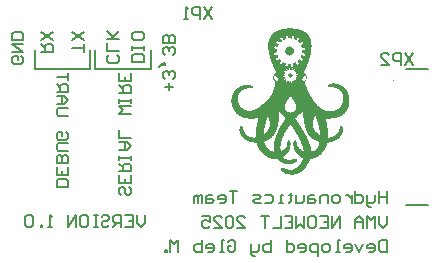
<source format=gbo>
G04*
G04 #@! TF.GenerationSoftware,Altium Limited,Altium Designer,25.1.2 (22)*
G04*
G04 Layer_Color=16776960*
%FSLAX44Y44*%
%MOMM*%
G71*
G04*
G04 #@! TF.SameCoordinates,7ED34E8D-A4F8-468C-8B7F-49A99E5286A2*
G04*
G04*
G04 #@! TF.FilePolarity,Positive*
G04*
G01*
G75*
%ADD11C,0.2000*%
%ADD14C,0.1500*%
%ADD60C,0.1200*%
G36*
X255640Y216846D02*
X257179D01*
Y216692D01*
X258103D01*
Y216538D01*
X259026D01*
Y216384D01*
X259796D01*
Y216230D01*
X260411D01*
Y216077D01*
X260873D01*
Y215923D01*
X261489D01*
Y215769D01*
X261951D01*
Y215615D01*
X262258D01*
Y215461D01*
X262720D01*
Y215307D01*
X263028D01*
Y215153D01*
X263490D01*
Y214999D01*
X263798D01*
Y214845D01*
X263951D01*
Y214691D01*
X264259D01*
Y214537D01*
X264567D01*
Y214383D01*
X264875D01*
Y214230D01*
X265183D01*
Y214076D01*
X265337D01*
Y213922D01*
X265491D01*
Y213768D01*
X265798D01*
Y213614D01*
X265952D01*
Y213460D01*
X266260D01*
Y213306D01*
X266414D01*
Y213152D01*
X266568D01*
Y212998D01*
X266722D01*
Y212844D01*
X266876D01*
Y212690D01*
X267030D01*
Y212536D01*
X267184D01*
Y212383D01*
X267338D01*
Y212229D01*
X267492D01*
Y212075D01*
X267645D01*
Y211921D01*
X267799D01*
Y211767D01*
X267953D01*
Y211613D01*
X268107D01*
Y211459D01*
X268261D01*
Y211151D01*
X268415D01*
Y210997D01*
X268569D01*
Y210689D01*
X268723D01*
Y210535D01*
X268877D01*
Y210228D01*
X269031D01*
Y210074D01*
X269185D01*
Y209766D01*
X269339D01*
Y209458D01*
X269492D01*
Y209150D01*
X269646D01*
Y208842D01*
X269800D01*
Y208381D01*
X269954D01*
Y207919D01*
X270108D01*
Y207611D01*
X270262D01*
Y206995D01*
X270416D01*
Y206380D01*
X270570D01*
Y205764D01*
X270724D01*
Y204841D01*
X270878D01*
Y203147D01*
X271032D01*
Y200993D01*
X270878D01*
Y198992D01*
X270724D01*
Y197760D01*
X270570D01*
Y196837D01*
X270416D01*
Y196067D01*
X270262D01*
Y195298D01*
X270108D01*
Y194528D01*
X269954D01*
Y193912D01*
X269800D01*
Y193297D01*
X269646D01*
Y192835D01*
X269492D01*
Y192219D01*
X269339D01*
Y191758D01*
X269185D01*
Y191296D01*
X269031D01*
Y190680D01*
X268877D01*
Y190218D01*
X268723D01*
Y189757D01*
X268569D01*
Y189295D01*
X268415D01*
Y188833D01*
X268261D01*
Y188525D01*
X268107D01*
Y188063D01*
X267953D01*
Y187602D01*
X267799D01*
Y187140D01*
X267645D01*
Y186832D01*
X267492D01*
Y186370D01*
X267338D01*
Y186063D01*
X267184D01*
Y185601D01*
X267030D01*
Y185293D01*
X266876D01*
Y184985D01*
X266722D01*
Y184523D01*
X266568D01*
Y184216D01*
X266414D01*
Y183908D01*
X266260D01*
Y183600D01*
X266106D01*
Y183138D01*
X265952D01*
Y182830D01*
X265798D01*
Y182522D01*
X265645D01*
Y182215D01*
X265491D01*
Y181907D01*
X265337D01*
Y181599D01*
X265183D01*
Y181291D01*
X265029D01*
Y180983D01*
X264875D01*
Y180675D01*
X264721D01*
Y180368D01*
X264567D01*
Y180060D01*
X264413D01*
Y179598D01*
X264721D01*
Y179444D01*
X264875D01*
Y179290D01*
X265029D01*
Y179136D01*
X265183D01*
Y178982D01*
X265337D01*
Y178828D01*
X265491D01*
Y178674D01*
X265645D01*
Y178521D01*
X265798D01*
Y178367D01*
X265952D01*
Y178059D01*
X266106D01*
Y177905D01*
X266260D01*
Y177597D01*
X266414D01*
Y177289D01*
X266568D01*
Y176827D01*
X266722D01*
Y176366D01*
X266876D01*
Y174365D01*
X266722D01*
Y173903D01*
X266568D01*
Y173441D01*
X266414D01*
Y173133D01*
X266260D01*
Y172980D01*
X266106D01*
Y172672D01*
X265952D01*
Y172210D01*
X265798D01*
Y171902D01*
X265645D01*
Y171440D01*
X265491D01*
Y171133D01*
X265337D01*
Y170671D01*
X265491D01*
Y170209D01*
X265645D01*
Y169901D01*
X265798D01*
Y169439D01*
X265952D01*
Y168978D01*
X266106D01*
Y168670D01*
X266260D01*
Y168208D01*
X266414D01*
Y167900D01*
X266568D01*
Y167438D01*
X266722D01*
Y167131D01*
X266876D01*
Y166823D01*
X267030D01*
Y166361D01*
X267184D01*
Y166053D01*
X267338D01*
Y165745D01*
X267492D01*
Y165284D01*
X267645D01*
Y164976D01*
X267799D01*
Y164668D01*
X267953D01*
Y164360D01*
X268107D01*
Y163898D01*
X268261D01*
Y163591D01*
X268415D01*
Y163283D01*
X268569D01*
Y162975D01*
X268723D01*
Y162667D01*
X268877D01*
Y162359D01*
X269031D01*
Y162051D01*
X269185D01*
Y161744D01*
X269339D01*
Y161436D01*
X269492D01*
Y161128D01*
X269646D01*
Y160820D01*
X269800D01*
Y160512D01*
X269954D01*
Y160204D01*
X270108D01*
Y160050D01*
X270262D01*
Y159742D01*
X270416D01*
Y159435D01*
X270570D01*
Y159127D01*
X270724D01*
Y158973D01*
X270878D01*
Y158665D01*
X271032D01*
Y158357D01*
X271186D01*
Y158049D01*
X271339D01*
Y157895D01*
X271493D01*
Y157588D01*
X271647D01*
Y157434D01*
X271801D01*
Y157126D01*
X271955D01*
Y156972D01*
X272109D01*
Y156664D01*
X272263D01*
Y156356D01*
X272417D01*
Y156202D01*
X272571D01*
Y155895D01*
X272725D01*
Y155741D01*
X272879D01*
Y155587D01*
X273033D01*
Y155279D01*
X273187D01*
Y155125D01*
X273340D01*
Y154817D01*
X273494D01*
Y154663D01*
X273648D01*
Y154509D01*
X273802D01*
Y154201D01*
X273956D01*
Y154048D01*
X274110D01*
Y153894D01*
X274264D01*
Y153740D01*
X274418D01*
Y153586D01*
X274572D01*
Y153278D01*
X274726D01*
Y153124D01*
X274880D01*
Y152970D01*
X275034D01*
Y152816D01*
X275187D01*
Y152662D01*
X275341D01*
Y152354D01*
X275495D01*
Y152201D01*
X275649D01*
Y152047D01*
X275803D01*
Y151893D01*
X275957D01*
Y151739D01*
X276111D01*
Y151585D01*
X276265D01*
Y151431D01*
X276419D01*
Y151277D01*
X276573D01*
Y151123D01*
X276727D01*
Y150969D01*
X276881D01*
Y150815D01*
X277034D01*
Y150661D01*
X277188D01*
Y150507D01*
X277496D01*
Y150353D01*
X277650D01*
Y150200D01*
X277804D01*
Y150046D01*
X277958D01*
Y149892D01*
X278112D01*
Y149738D01*
X278420D01*
Y149584D01*
X278574D01*
Y149430D01*
X278728D01*
Y149276D01*
X279035D01*
Y149122D01*
X279189D01*
Y148968D01*
X279497D01*
Y148814D01*
X279651D01*
Y148660D01*
X279959D01*
Y148506D01*
X280267D01*
Y148353D01*
X280575D01*
Y148199D01*
X280728D01*
Y148045D01*
X281190D01*
Y147891D01*
X281498D01*
Y147737D01*
X281806D01*
Y147583D01*
X282268D01*
Y147429D01*
X282729D01*
Y147275D01*
X283345D01*
Y147121D01*
X284115D01*
Y146967D01*
X285500D01*
Y146813D01*
X287347D01*
Y146967D01*
X288886D01*
Y147121D01*
X289656D01*
Y147275D01*
X290271D01*
Y147429D01*
X290733D01*
Y147583D01*
X291195D01*
Y147737D01*
X291657D01*
Y147891D01*
X291964D01*
Y148045D01*
X292272D01*
Y148199D01*
X292580D01*
Y148353D01*
X292888D01*
Y148506D01*
X293042D01*
Y148660D01*
X293350D01*
Y148814D01*
X293504D01*
Y148968D01*
X293812D01*
Y149122D01*
X293965D01*
Y149276D01*
X294119D01*
Y149430D01*
X294273D01*
Y149584D01*
X294427D01*
Y149738D01*
X294581D01*
Y149892D01*
X294735D01*
Y150046D01*
X294889D01*
Y150200D01*
X295043D01*
Y150353D01*
X295197D01*
Y150507D01*
X295351D01*
Y150661D01*
X295505D01*
Y150815D01*
X295659D01*
Y151123D01*
X295812D01*
Y151277D01*
X295966D01*
Y151585D01*
X296120D01*
Y151893D01*
X296274D01*
Y152047D01*
X296428D01*
Y152354D01*
X296582D01*
Y152662D01*
X296736D01*
Y153124D01*
X296890D01*
Y153432D01*
X297044D01*
Y153894D01*
X297198D01*
Y154355D01*
X297352D01*
Y154971D01*
X297506D01*
Y155895D01*
X297659D01*
Y159281D01*
X297506D01*
Y160204D01*
X297352D01*
Y160666D01*
X297198D01*
Y161282D01*
X297044D01*
Y161744D01*
X296890D01*
Y162051D01*
X296736D01*
Y162359D01*
X296582D01*
Y162667D01*
X296428D01*
Y162975D01*
X296274D01*
Y163283D01*
X296120D01*
Y163437D01*
X295966D01*
Y163591D01*
X295812D01*
Y163898D01*
X295659D01*
Y164052D01*
X295505D01*
Y164206D01*
X295351D01*
Y164360D01*
X295197D01*
Y164514D01*
X295043D01*
Y164668D01*
X294889D01*
Y164822D01*
X294735D01*
Y164976D01*
X294581D01*
Y165130D01*
X294273D01*
Y165284D01*
X294119D01*
Y165438D01*
X293965D01*
Y165591D01*
X293658D01*
Y165745D01*
X293504D01*
Y165899D01*
X293196D01*
Y166053D01*
X292888D01*
Y166207D01*
X292580D01*
Y166361D01*
X292118D01*
Y166515D01*
X291811D01*
Y166669D01*
X291349D01*
Y166823D01*
X290887D01*
Y166977D01*
X290271D01*
Y167131D01*
X289656D01*
Y167285D01*
X288732D01*
Y167438D01*
X285346D01*
Y167592D01*
X285038D01*
Y167746D01*
X284730D01*
Y168054D01*
X284576D01*
Y168516D01*
X284730D01*
Y168824D01*
X284884D01*
Y169132D01*
X285038D01*
Y169285D01*
X285192D01*
Y169439D01*
X285500D01*
Y169593D01*
X285654D01*
Y169747D01*
X285962D01*
Y169901D01*
X286270D01*
Y170055D01*
X286731D01*
Y170209D01*
X287347D01*
Y170363D01*
X288270D01*
Y170517D01*
X290887D01*
Y170363D01*
X291811D01*
Y170209D01*
X292426D01*
Y170055D01*
X293042D01*
Y169901D01*
X293504D01*
Y169747D01*
X293965D01*
Y169593D01*
X294427D01*
Y169439D01*
X294735D01*
Y169285D01*
X295043D01*
Y169132D01*
X295351D01*
Y168978D01*
X295659D01*
Y168824D01*
X295966D01*
Y168670D01*
X296120D01*
Y168516D01*
X296428D01*
Y168362D01*
X296736D01*
Y168208D01*
X296890D01*
Y168054D01*
X297198D01*
Y167900D01*
X297352D01*
Y167746D01*
X297506D01*
Y167592D01*
X297659D01*
Y167438D01*
X297967D01*
Y167285D01*
X298121D01*
Y167131D01*
X298275D01*
Y166977D01*
X298429D01*
Y166823D01*
X298583D01*
Y166669D01*
X298737D01*
Y166515D01*
X298891D01*
Y166361D01*
X299045D01*
Y166207D01*
X299199D01*
Y166053D01*
X299353D01*
Y165899D01*
X299506D01*
Y165745D01*
X299660D01*
Y165438D01*
X299814D01*
Y165284D01*
X299968D01*
Y165130D01*
X300122D01*
Y164976D01*
X300276D01*
Y164668D01*
X300430D01*
Y164514D01*
X300584D01*
Y164206D01*
X300738D01*
Y163898D01*
X300892D01*
Y163744D01*
X301046D01*
Y163437D01*
X301200D01*
Y163129D01*
X301354D01*
Y162821D01*
X301507D01*
Y162513D01*
X301661D01*
Y162205D01*
X301815D01*
Y161744D01*
X301969D01*
Y161436D01*
X302123D01*
Y160974D01*
X302277D01*
Y160512D01*
X302431D01*
Y160050D01*
X302585D01*
Y159435D01*
X302739D01*
Y158665D01*
X302893D01*
Y157742D01*
X303047D01*
Y153740D01*
X302893D01*
Y152816D01*
X302739D01*
Y152201D01*
X302585D01*
Y151585D01*
X302431D01*
Y151123D01*
X302277D01*
Y150661D01*
X302123D01*
Y150200D01*
X301969D01*
Y149892D01*
X301815D01*
Y149430D01*
X301661D01*
Y149122D01*
X301507D01*
Y148814D01*
X301354D01*
Y148506D01*
X301200D01*
Y148199D01*
X301046D01*
Y148045D01*
X300892D01*
Y147737D01*
X300738D01*
Y147429D01*
X300584D01*
Y147275D01*
X300430D01*
Y146967D01*
X300276D01*
Y146813D01*
X300122D01*
Y146506D01*
X299968D01*
Y146352D01*
X299814D01*
Y146044D01*
X299660D01*
Y145890D01*
X299506D01*
Y145736D01*
X299353D01*
Y145582D01*
X299199D01*
Y145428D01*
X299045D01*
Y145120D01*
X298891D01*
Y144966D01*
X298737D01*
Y144812D01*
X298583D01*
Y144659D01*
X298429D01*
Y144505D01*
X298121D01*
Y144351D01*
X297967D01*
Y144197D01*
X297813D01*
Y144043D01*
X297659D01*
Y143889D01*
X297352D01*
Y143735D01*
X297198D01*
Y143581D01*
X297044D01*
Y143427D01*
X296736D01*
Y143273D01*
X296428D01*
Y143119D01*
X296274D01*
Y142965D01*
X295966D01*
Y142812D01*
X295659D01*
Y142658D01*
X295351D01*
Y142504D01*
X295043D01*
Y142350D01*
X294581D01*
Y142196D01*
X294273D01*
Y142042D01*
X293812D01*
Y141888D01*
X293350D01*
Y141734D01*
X292888D01*
Y141580D01*
X292426D01*
Y141426D01*
X291811D01*
Y141272D01*
X291041D01*
Y141118D01*
X290271D01*
Y140965D01*
X289194D01*
Y140811D01*
X287809D01*
Y140657D01*
X285192D01*
Y140503D01*
X284269D01*
Y140657D01*
X282883D01*
Y140349D01*
X283037D01*
Y139733D01*
X283191D01*
Y139117D01*
X283345D01*
Y138348D01*
X283499D01*
Y137732D01*
X283653D01*
Y136963D01*
X283807D01*
Y136193D01*
X283961D01*
Y135423D01*
X284115D01*
Y134500D01*
X284269D01*
Y133576D01*
X284423D01*
Y132499D01*
X284576D01*
Y131422D01*
X284730D01*
Y129728D01*
X284884D01*
Y124649D01*
X286423D01*
Y124803D01*
X287347D01*
Y124957D01*
X288117D01*
Y125111D01*
X288578D01*
Y125265D01*
X289040D01*
Y125419D01*
X289348D01*
Y125573D01*
X289656D01*
Y125727D01*
X289964D01*
Y125881D01*
X290271D01*
Y126034D01*
X290579D01*
Y126188D01*
X290733D01*
Y126342D01*
X291041D01*
Y126496D01*
X291195D01*
Y126650D01*
X291349D01*
Y126804D01*
X291503D01*
Y126958D01*
X291657D01*
Y127112D01*
X291964D01*
Y127266D01*
X292118D01*
Y127420D01*
X292272D01*
Y127728D01*
X292426D01*
Y127881D01*
X292580D01*
Y128035D01*
X292734D01*
Y128189D01*
X292888D01*
Y128497D01*
X293042D01*
Y128651D01*
X293196D01*
Y128805D01*
X293350D01*
Y129113D01*
X293504D01*
Y129421D01*
X293658D01*
Y129575D01*
X293812D01*
Y129882D01*
X293965D01*
Y130190D01*
X294119D01*
Y130652D01*
X294273D01*
Y130960D01*
X294427D01*
Y131422D01*
X294581D01*
Y132037D01*
X294735D01*
Y133115D01*
X294889D01*
Y133576D01*
X295043D01*
Y133884D01*
X295197D01*
Y134192D01*
X295351D01*
Y134346D01*
X295505D01*
Y134500D01*
X296274D01*
Y134346D01*
X296582D01*
Y134192D01*
X296736D01*
Y134038D01*
X296890D01*
Y133884D01*
X297044D01*
Y133730D01*
X297198D01*
Y133423D01*
X297352D01*
Y133115D01*
X297506D01*
Y132499D01*
X297659D01*
Y130190D01*
X297506D01*
Y129421D01*
X297352D01*
Y128959D01*
X297198D01*
Y128497D01*
X297044D01*
Y128035D01*
X296890D01*
Y127728D01*
X296736D01*
Y127420D01*
X296582D01*
Y127112D01*
X296428D01*
Y126804D01*
X296274D01*
Y126650D01*
X296120D01*
Y126342D01*
X295966D01*
Y126188D01*
X295812D01*
Y125881D01*
X295659D01*
Y125727D01*
X295505D01*
Y125573D01*
X295351D01*
Y125265D01*
X295197D01*
Y125111D01*
X295043D01*
Y124957D01*
X294889D01*
Y124803D01*
X294735D01*
Y124649D01*
X294581D01*
Y124495D01*
X294427D01*
Y124341D01*
X294273D01*
Y124187D01*
X294119D01*
Y124034D01*
X293965D01*
Y123880D01*
X293812D01*
Y123726D01*
X293504D01*
Y123572D01*
X293350D01*
Y123418D01*
X293196D01*
Y123264D01*
X292888D01*
Y123110D01*
X292734D01*
Y122956D01*
X292426D01*
Y122802D01*
X292272D01*
Y122648D01*
X291964D01*
Y122494D01*
X291811D01*
Y122340D01*
X291503D01*
Y122187D01*
X291195D01*
Y122033D01*
X290887D01*
Y121879D01*
X290579D01*
Y121725D01*
X290271D01*
Y121571D01*
X289964D01*
Y121417D01*
X289502D01*
Y121263D01*
X289040D01*
Y121109D01*
X288578D01*
Y120955D01*
X287963D01*
Y120801D01*
X287347D01*
Y120647D01*
X286577D01*
Y120493D01*
X285654D01*
Y120340D01*
X284269D01*
Y119878D01*
X284115D01*
Y119262D01*
X283961D01*
Y118646D01*
X283807D01*
Y118339D01*
X283653D01*
Y117877D01*
X283499D01*
Y117569D01*
X283345D01*
Y117107D01*
X283191D01*
Y116799D01*
X283037D01*
Y116492D01*
X282883D01*
Y116184D01*
X282729D01*
Y115876D01*
X282576D01*
Y115568D01*
X282422D01*
Y115260D01*
X282268D01*
Y114952D01*
X282114D01*
Y114798D01*
X281960D01*
Y114491D01*
X281806D01*
Y114183D01*
X281652D01*
Y114029D01*
X281498D01*
Y113721D01*
X281344D01*
Y113567D01*
X281190D01*
Y113259D01*
X281036D01*
Y113105D01*
X280882D01*
Y112798D01*
X280728D01*
Y112644D01*
X280575D01*
Y112490D01*
X280421D01*
Y112182D01*
X280267D01*
Y112028D01*
X280113D01*
Y111874D01*
X279959D01*
Y111720D01*
X279805D01*
Y111566D01*
X279651D01*
Y111258D01*
X279497D01*
Y111104D01*
X279343D01*
Y110951D01*
X279189D01*
Y110797D01*
X279035D01*
Y110643D01*
X278881D01*
Y110489D01*
X278728D01*
Y110335D01*
X278574D01*
Y110181D01*
X278420D01*
Y110027D01*
X278266D01*
Y109873D01*
X278112D01*
Y109719D01*
X277804D01*
Y109565D01*
X277650D01*
Y109411D01*
X277496D01*
Y109257D01*
X277342D01*
Y109103D01*
X277034D01*
Y108950D01*
X276881D01*
Y108796D01*
X276573D01*
Y108642D01*
X276419D01*
Y108488D01*
X276111D01*
Y108334D01*
X275957D01*
Y108180D01*
X275649D01*
Y108026D01*
X275341D01*
Y107872D01*
X275034D01*
Y107718D01*
X274726D01*
Y107564D01*
X274418D01*
Y107410D01*
X274110D01*
Y107256D01*
X273648D01*
Y107103D01*
X273187D01*
Y106949D01*
X272571D01*
Y106795D01*
X271955D01*
Y106641D01*
X271032D01*
Y106487D01*
X269954D01*
Y106333D01*
X269800D01*
Y105871D01*
X269646D01*
Y105563D01*
X269492D01*
Y105256D01*
X269339D01*
Y104948D01*
X269185D01*
Y104640D01*
X269031D01*
Y104486D01*
X268877D01*
Y104178D01*
X268723D01*
Y103870D01*
X268569D01*
Y103562D01*
X268415D01*
Y103409D01*
X268261D01*
Y103101D01*
X268107D01*
Y102793D01*
X267953D01*
Y102485D01*
X267799D01*
Y102331D01*
X267645D01*
Y102023D01*
X267492D01*
Y101715D01*
X267338D01*
Y101562D01*
X267184D01*
Y101254D01*
X267030D01*
Y100946D01*
X266876D01*
Y100792D01*
X266722D01*
Y100484D01*
X266568D01*
Y100176D01*
X266414D01*
Y100022D01*
X266260D01*
Y99715D01*
X266106D01*
Y99407D01*
X265952D01*
Y99253D01*
X265798D01*
Y98945D01*
X265645D01*
Y98791D01*
X265491D01*
Y98637D01*
X265337D01*
Y98329D01*
X265183D01*
Y98175D01*
X265029D01*
Y98021D01*
X264875D01*
Y97867D01*
X264721D01*
Y97560D01*
X264567D01*
Y97406D01*
X264413D01*
Y97252D01*
X264259D01*
Y97098D01*
X264105D01*
Y96944D01*
X263951D01*
Y96790D01*
X263798D01*
Y96636D01*
X263490D01*
Y96482D01*
X263336D01*
Y96328D01*
X263182D01*
Y96174D01*
X263028D01*
Y96020D01*
X262720D01*
Y95867D01*
X262566D01*
Y95713D01*
X262412D01*
Y95559D01*
X262104D01*
Y95405D01*
X261951D01*
Y95251D01*
X261643D01*
Y95097D01*
X261335D01*
Y94943D01*
X261027D01*
Y94789D01*
X260719D01*
Y94635D01*
X260411D01*
Y94481D01*
X260103D01*
Y94327D01*
X259796D01*
Y94173D01*
X259334D01*
Y94020D01*
X258872D01*
Y93866D01*
X258410D01*
Y93712D01*
X257795D01*
Y93558D01*
X257025D01*
Y93404D01*
X256256D01*
Y93250D01*
X252254D01*
Y93404D01*
X251176D01*
Y93558D01*
X250561D01*
Y93712D01*
X249945D01*
Y93866D01*
X249483D01*
Y94020D01*
X249021D01*
Y94173D01*
X248560D01*
Y94327D01*
X248252D01*
Y94481D01*
X247944D01*
Y94635D01*
X247636D01*
Y94789D01*
X247482D01*
Y94943D01*
X247174D01*
Y95097D01*
X247020D01*
Y95251D01*
X246713D01*
Y95405D01*
X246559D01*
Y95559D01*
X246405D01*
Y95713D01*
X246251D01*
Y95867D01*
X245943D01*
Y96174D01*
X245789D01*
Y96328D01*
X245635D01*
Y96482D01*
X245481D01*
Y96636D01*
X245327D01*
Y96944D01*
X245173D01*
Y97252D01*
X245020D01*
Y97714D01*
X244866D01*
Y98329D01*
X245020D01*
Y98483D01*
X245173D01*
Y98637D01*
X245481D01*
Y98791D01*
X247328D01*
Y98637D01*
X248098D01*
Y98483D01*
X248714D01*
Y98329D01*
X249175D01*
Y98175D01*
X249791D01*
Y98021D01*
X250253D01*
Y97867D01*
X250715D01*
Y97714D01*
X251176D01*
Y97560D01*
X251792D01*
Y97406D01*
X252869D01*
Y97252D01*
X253177D01*
Y97406D01*
X254716D01*
Y97560D01*
X255332D01*
Y97714D01*
X255794D01*
Y97867D01*
X256102D01*
Y98021D01*
X256409D01*
Y98175D01*
X256871D01*
Y98329D01*
X257025D01*
Y98483D01*
X257333D01*
Y98637D01*
X257641D01*
Y98791D01*
X257795D01*
Y98945D01*
X258103D01*
Y99099D01*
X258256D01*
Y99253D01*
X258410D01*
Y99407D01*
X258718D01*
Y99561D01*
X258872D01*
Y99715D01*
X259026D01*
Y99868D01*
X259180D01*
Y100022D01*
X259334D01*
Y100176D01*
X259488D01*
Y100330D01*
X259642D01*
Y100484D01*
X259796D01*
Y100638D01*
X259950D01*
Y100792D01*
X260103D01*
Y100946D01*
X260257D01*
Y101100D01*
X260411D01*
Y101254D01*
X260565D01*
Y101408D01*
X260719D01*
Y101562D01*
X260873D01*
Y101715D01*
X261027D01*
Y102023D01*
X261181D01*
Y102177D01*
X261335D01*
Y102331D01*
X261489D01*
Y102485D01*
X261643D01*
Y102793D01*
X261797D01*
Y102947D01*
X261951D01*
Y103101D01*
X262104D01*
Y103409D01*
X262258D01*
Y103562D01*
X262412D01*
Y103870D01*
X262566D01*
Y104178D01*
X262720D01*
Y104332D01*
X262874D01*
Y104640D01*
X263028D01*
Y104948D01*
X263182D01*
Y105256D01*
X263336D01*
Y105409D01*
X263490D01*
Y105871D01*
X263644D01*
Y106179D01*
X263798D01*
Y106487D01*
X263951D01*
Y106949D01*
X264105D01*
Y107103D01*
X263798D01*
Y107256D01*
X263336D01*
Y107410D01*
X263028D01*
Y107564D01*
X262566D01*
Y107718D01*
X262412D01*
Y107872D01*
X262104D01*
Y108026D01*
X261797D01*
Y108180D01*
X261489D01*
Y108334D01*
X261335D01*
Y108488D01*
X261027D01*
Y108642D01*
X260873D01*
Y108796D01*
X260719D01*
Y108950D01*
X260411D01*
Y109103D01*
X260257D01*
Y109257D01*
X260103D01*
Y109411D01*
X259950D01*
Y109565D01*
X259796D01*
Y109719D01*
X259642D01*
Y109873D01*
X259488D01*
Y110027D01*
X259334D01*
Y110181D01*
X259180D01*
Y110335D01*
X259026D01*
Y110489D01*
X258872D01*
Y110643D01*
X258718D01*
Y110797D01*
X258564D01*
Y110951D01*
X258410D01*
Y111258D01*
X258256D01*
Y111412D01*
X258103D01*
Y111566D01*
X257949D01*
Y111874D01*
X257795D01*
Y112028D01*
X257641D01*
Y112336D01*
X257487D01*
Y112644D01*
X257333D01*
Y112951D01*
X257179D01*
Y113105D01*
X257025D01*
Y113413D01*
X256871D01*
Y113721D01*
X256717D01*
Y114183D01*
X256563D01*
Y114491D01*
X256409D01*
Y114952D01*
X256256D01*
Y115414D01*
X256102D01*
Y115876D01*
X255948D01*
Y116492D01*
X255794D01*
Y117107D01*
X255640D01*
Y118185D01*
X255486D01*
Y120186D01*
X255640D01*
Y120955D01*
X255794D01*
Y121263D01*
X255948D01*
Y121571D01*
X256102D01*
Y121725D01*
X256256D01*
Y121879D01*
X256409D01*
Y122033D01*
X256563D01*
Y122187D01*
X256871D01*
Y122340D01*
X257333D01*
Y122187D01*
X257641D01*
Y122033D01*
X257795D01*
Y121725D01*
X257949D01*
Y121417D01*
X258103D01*
Y120955D01*
X258256D01*
Y120032D01*
X258410D01*
Y119262D01*
X258564D01*
Y118954D01*
X258718D01*
Y118492D01*
X258872D01*
Y118031D01*
X259026D01*
Y117723D01*
X259180D01*
Y117569D01*
X259334D01*
Y117261D01*
X259488D01*
Y116953D01*
X259642D01*
Y116645D01*
X259796D01*
Y116492D01*
X259950D01*
Y116184D01*
X260103D01*
Y116030D01*
X260257D01*
Y115876D01*
X260411D01*
Y115722D01*
X260565D01*
Y115414D01*
X260719D01*
Y115260D01*
X260873D01*
Y115106D01*
X261027D01*
Y114952D01*
X261181D01*
Y114798D01*
X261335D01*
Y114645D01*
X261643D01*
Y114491D01*
X261797D01*
Y114337D01*
X261951D01*
Y114183D01*
X262258D01*
Y114029D01*
X262412D01*
Y113875D01*
X262720D01*
Y113721D01*
X262874D01*
Y113567D01*
X263182D01*
Y113413D01*
X263490D01*
Y113259D01*
X263951D01*
Y113105D01*
X264259D01*
Y112951D01*
X264413D01*
Y113259D01*
X264259D01*
Y114029D01*
X264105D01*
Y114798D01*
X263951D01*
Y115414D01*
X263798D01*
Y116030D01*
X263644D01*
Y116492D01*
X263490D01*
Y116953D01*
X263336D01*
Y117415D01*
X263182D01*
Y117877D01*
X263028D01*
Y118339D01*
X262874D01*
Y118800D01*
X262720D01*
Y119108D01*
X262566D01*
Y119570D01*
X262412D01*
Y119878D01*
X262258D01*
Y120340D01*
X262104D01*
Y120647D01*
X261951D01*
Y120955D01*
X261797D01*
Y121417D01*
X261643D01*
Y121725D01*
X261489D01*
Y122033D01*
X261335D01*
Y122340D01*
X261181D01*
Y122648D01*
X261027D01*
Y122956D01*
X260873D01*
Y123264D01*
X260719D01*
Y123572D01*
X260565D01*
Y123880D01*
X260411D01*
Y124187D01*
X260257D01*
Y124495D01*
X260103D01*
Y124803D01*
X259950D01*
Y125111D01*
X259796D01*
Y125419D01*
X259642D01*
Y125573D01*
X259488D01*
Y125881D01*
X259334D01*
Y126188D01*
X259180D01*
Y126496D01*
X259026D01*
Y126804D01*
X258872D01*
Y126958D01*
X258718D01*
Y127266D01*
X258564D01*
Y127574D01*
X258410D01*
Y127728D01*
X258256D01*
Y128035D01*
X258103D01*
Y128343D01*
X257949D01*
Y128497D01*
X257795D01*
Y128805D01*
X257641D01*
Y129113D01*
X257487D01*
Y129267D01*
X257333D01*
Y129575D01*
X257179D01*
Y129882D01*
X257025D01*
Y130036D01*
X256871D01*
Y130344D01*
X256717D01*
Y130498D01*
X256563D01*
Y130806D01*
X256409D01*
Y130960D01*
X256256D01*
Y131268D01*
X256102D01*
Y131422D01*
X255948D01*
Y131729D01*
X255794D01*
Y131883D01*
X255640D01*
Y132191D01*
X255486D01*
Y132345D01*
X255332D01*
Y132653D01*
X255178D01*
Y132807D01*
X255024D01*
Y133115D01*
X254870D01*
Y133269D01*
X254716D01*
Y133423D01*
X254562D01*
Y133730D01*
X254409D01*
Y133884D01*
X254255D01*
Y134192D01*
X254101D01*
Y134346D01*
X253947D01*
Y134500D01*
X253793D01*
Y134808D01*
X253639D01*
Y134962D01*
X253485D01*
Y135116D01*
X253331D01*
Y135423D01*
X253177D01*
Y135577D01*
X253023D01*
Y135731D01*
X252869D01*
Y135423D01*
X252715D01*
Y135270D01*
X252562D01*
Y135116D01*
X252408D01*
Y134808D01*
X252254D01*
Y134654D01*
X252100D01*
Y134500D01*
X251946D01*
Y134192D01*
X251792D01*
Y134038D01*
X251638D01*
Y133884D01*
X251484D01*
Y133576D01*
X251330D01*
Y133423D01*
X251176D01*
Y133115D01*
X251022D01*
Y132961D01*
X250868D01*
Y132653D01*
X250715D01*
Y132499D01*
X250561D01*
Y132191D01*
X250407D01*
Y132037D01*
X250253D01*
Y131729D01*
X250099D01*
Y131576D01*
X249945D01*
Y131268D01*
X249791D01*
Y131114D01*
X249637D01*
Y130806D01*
X249483D01*
Y130652D01*
X249329D01*
Y130344D01*
X249175D01*
Y130036D01*
X249021D01*
Y129882D01*
X248867D01*
Y129575D01*
X248714D01*
Y129267D01*
X248560D01*
Y128959D01*
X248406D01*
Y128651D01*
X248252D01*
Y128497D01*
X248098D01*
Y128189D01*
X247944D01*
Y127881D01*
X247790D01*
Y127574D01*
X247636D01*
Y127266D01*
X247482D01*
Y126958D01*
X247328D01*
Y126650D01*
X247174D01*
Y126342D01*
X247020D01*
Y125881D01*
X246867D01*
Y125573D01*
X246713D01*
Y125265D01*
X246559D01*
Y124803D01*
X246405D01*
Y124495D01*
X246251D01*
Y124034D01*
X246097D01*
Y123572D01*
X245943D01*
Y123110D01*
X245789D01*
Y122802D01*
X245635D01*
Y122187D01*
X245481D01*
Y121725D01*
X245327D01*
Y121109D01*
X245173D01*
Y120493D01*
X245020D01*
Y119724D01*
X244866D01*
Y118954D01*
X244712D01*
Y117569D01*
X244558D01*
Y115106D01*
X244712D01*
Y113875D01*
X244866D01*
Y113259D01*
X245327D01*
Y113413D01*
X245789D01*
Y113567D01*
X246251D01*
Y113721D01*
X246559D01*
Y113875D01*
X246867D01*
Y114029D01*
X247174D01*
Y114183D01*
X247328D01*
Y114337D01*
X247636D01*
Y114491D01*
X247790D01*
Y114645D01*
X247944D01*
Y114798D01*
X248252D01*
Y114952D01*
X248406D01*
Y115106D01*
X248560D01*
Y115260D01*
X248714D01*
Y115568D01*
X248867D01*
Y115722D01*
X249021D01*
Y115876D01*
X249175D01*
Y116184D01*
X249329D01*
Y116338D01*
X249483D01*
Y116645D01*
X249637D01*
Y116953D01*
X249791D01*
Y117415D01*
X249945D01*
Y117877D01*
X250099D01*
Y118492D01*
X250253D01*
Y120032D01*
X250407D01*
Y120955D01*
X250561D01*
Y121417D01*
X250715D01*
Y121725D01*
X250868D01*
Y122033D01*
X251022D01*
Y122187D01*
X251330D01*
Y122340D01*
X251792D01*
Y122187D01*
X252100D01*
Y122033D01*
X252254D01*
Y121879D01*
X252562D01*
Y121571D01*
X252715D01*
Y121417D01*
X252869D01*
Y120955D01*
X253023D01*
Y120186D01*
X253177D01*
Y118185D01*
X253023D01*
Y117107D01*
X252869D01*
Y116338D01*
X252715D01*
Y115876D01*
X252562D01*
Y115414D01*
X252408D01*
Y114952D01*
X252254D01*
Y114491D01*
X252100D01*
Y114183D01*
X251946D01*
Y113721D01*
X251792D01*
Y113413D01*
X251638D01*
Y113105D01*
X251484D01*
Y112798D01*
X251330D01*
Y112644D01*
X251176D01*
Y112336D01*
X251022D01*
Y112028D01*
X250868D01*
Y111874D01*
X250715D01*
Y111566D01*
X250561D01*
Y111412D01*
X250407D01*
Y111258D01*
X250253D01*
Y110951D01*
X250099D01*
Y110797D01*
X249945D01*
Y110643D01*
X249791D01*
Y110489D01*
X249637D01*
Y110335D01*
X249483D01*
Y110181D01*
X249329D01*
Y110027D01*
X249175D01*
Y109873D01*
X249021D01*
Y109719D01*
X248867D01*
Y109565D01*
X248714D01*
Y109411D01*
X248560D01*
Y109257D01*
X248406D01*
Y109103D01*
X248252D01*
Y108950D01*
X247944D01*
Y108796D01*
X247790D01*
Y108642D01*
X247636D01*
Y108488D01*
X247328D01*
Y108334D01*
X247174D01*
Y108180D01*
X246867D01*
Y108026D01*
X246559D01*
Y107872D01*
X246713D01*
Y107718D01*
X246867D01*
Y107564D01*
X247020D01*
Y107410D01*
X247174D01*
Y107256D01*
X247482D01*
Y107103D01*
X247636D01*
Y106949D01*
X247944D01*
Y106795D01*
X248252D01*
Y106641D01*
X248560D01*
Y106487D01*
X248867D01*
Y106333D01*
X249329D01*
Y106179D01*
X249791D01*
Y106025D01*
X250407D01*
Y105871D01*
X253793D01*
Y106025D01*
X254716D01*
Y106179D01*
X255640D01*
Y106333D01*
X256717D01*
Y106487D01*
X257641D01*
Y106333D01*
X258256D01*
Y106179D01*
X258564D01*
Y106025D01*
X258718D01*
Y105871D01*
X258872D01*
Y105256D01*
X258718D01*
Y104948D01*
X258564D01*
Y104640D01*
X258410D01*
Y104486D01*
X258256D01*
Y104332D01*
X258103D01*
Y104178D01*
X257795D01*
Y104024D01*
X257641D01*
Y103870D01*
X257487D01*
Y103716D01*
X257179D01*
Y103562D01*
X256871D01*
Y103409D01*
X256563D01*
Y103255D01*
X256256D01*
Y103101D01*
X255948D01*
Y102947D01*
X255486D01*
Y102793D01*
X255024D01*
Y102639D01*
X254562D01*
Y102485D01*
X253947D01*
Y102331D01*
X252869D01*
Y102177D01*
X249945D01*
Y102331D01*
X249021D01*
Y102485D01*
X248406D01*
Y102639D01*
X247944D01*
Y102793D01*
X247482D01*
Y102947D01*
X247174D01*
Y103101D01*
X246713D01*
Y103255D01*
X246405D01*
Y103409D01*
X246097D01*
Y103562D01*
X245789D01*
Y103716D01*
X245481D01*
Y103870D01*
X245327D01*
Y104024D01*
X245020D01*
Y104178D01*
X244866D01*
Y104332D01*
X244558D01*
Y104486D01*
X244404D01*
Y104640D01*
X244250D01*
Y104794D01*
X243942D01*
Y104948D01*
X243788D01*
Y105102D01*
X243634D01*
Y105256D01*
X243480D01*
Y105409D01*
X243326D01*
Y105563D01*
X243019D01*
Y105717D01*
X242865D01*
Y105871D01*
X242711D01*
Y106025D01*
X242557D01*
Y106179D01*
X242403D01*
Y106487D01*
X241172D01*
Y106333D01*
X239325D01*
Y106487D01*
X238093D01*
Y106641D01*
X237324D01*
Y106795D01*
X236708D01*
Y106949D01*
X236092D01*
Y107103D01*
X235631D01*
Y107256D01*
X235323D01*
Y107410D01*
X234861D01*
Y107564D01*
X234553D01*
Y107718D01*
X234245D01*
Y107872D01*
X233937D01*
Y108026D01*
X233630D01*
Y108180D01*
X233322D01*
Y108334D01*
X233014D01*
Y108488D01*
X232860D01*
Y108642D01*
X232552D01*
Y108796D01*
X232244D01*
Y108950D01*
X232090D01*
Y109103D01*
X231937D01*
Y109257D01*
X231629D01*
Y109411D01*
X231475D01*
Y109565D01*
X231167D01*
Y109719D01*
X231013D01*
Y109873D01*
X230859D01*
Y110027D01*
X230705D01*
Y110181D01*
X230551D01*
Y110335D01*
X230243D01*
Y110489D01*
X230090D01*
Y110643D01*
X229936D01*
Y110797D01*
X229782D01*
Y110951D01*
X229628D01*
Y111104D01*
X229474D01*
Y111258D01*
X229320D01*
Y111412D01*
X229166D01*
Y111566D01*
X229012D01*
Y111720D01*
X228858D01*
Y111874D01*
X228704D01*
Y112028D01*
X228550D01*
Y112336D01*
X228396D01*
Y112490D01*
X228242D01*
Y112644D01*
X228089D01*
Y112798D01*
X227935D01*
Y113105D01*
X227781D01*
Y113259D01*
X227627D01*
Y113413D01*
X227473D01*
Y113721D01*
X227319D01*
Y113875D01*
X227165D01*
Y114029D01*
X227011D01*
Y114337D01*
X226857D01*
Y114491D01*
X226703D01*
Y114798D01*
X226549D01*
Y115106D01*
X226395D01*
Y115260D01*
X226242D01*
Y115568D01*
X226088D01*
Y115876D01*
X225934D01*
Y116184D01*
X225780D01*
Y116492D01*
X225626D01*
Y116799D01*
X225472D01*
Y117107D01*
X225318D01*
Y117569D01*
X225164D01*
Y117877D01*
X225010D01*
Y118339D01*
X224856D01*
Y118800D01*
X224702D01*
Y119262D01*
X224548D01*
Y119878D01*
X224395D01*
Y120186D01*
X223163D01*
Y120340D01*
X221778D01*
Y120493D01*
X220854D01*
Y120647D01*
X220085D01*
Y120801D01*
X219469D01*
Y120955D01*
X218853D01*
Y121109D01*
X218392D01*
Y121263D01*
X217930D01*
Y121417D01*
X217622D01*
Y121571D01*
X217160D01*
Y121725D01*
X216853D01*
Y121879D01*
X216545D01*
Y122033D01*
X216237D01*
Y122187D01*
X216083D01*
Y122340D01*
X215775D01*
Y122494D01*
X215467D01*
Y122648D01*
X215159D01*
Y122802D01*
X215006D01*
Y122956D01*
X214698D01*
Y123110D01*
X214544D01*
Y123264D01*
X214236D01*
Y123418D01*
X214082D01*
Y123572D01*
X213928D01*
Y123726D01*
X213774D01*
Y123880D01*
X213620D01*
Y124034D01*
X213312D01*
Y124187D01*
X213159D01*
Y124341D01*
X213005D01*
Y124495D01*
X212851D01*
Y124649D01*
X212697D01*
Y124803D01*
X212543D01*
Y124957D01*
X212389D01*
Y125265D01*
X212235D01*
Y125419D01*
X212081D01*
Y125573D01*
X211927D01*
Y125727D01*
X211773D01*
Y126034D01*
X211619D01*
Y126188D01*
X211465D01*
Y126496D01*
X211312D01*
Y126650D01*
X211158D01*
Y126958D01*
X211004D01*
Y127266D01*
X210850D01*
Y127574D01*
X210696D01*
Y127881D01*
X210542D01*
Y128189D01*
X210388D01*
Y128651D01*
X210234D01*
Y129113D01*
X210080D01*
Y129728D01*
X209926D01*
Y130498D01*
X209772D01*
Y132191D01*
X209926D01*
Y132961D01*
X210080D01*
Y133423D01*
X210234D01*
Y133576D01*
X210388D01*
Y133884D01*
X210542D01*
Y134038D01*
X210696D01*
Y134192D01*
X211004D01*
Y134346D01*
X211312D01*
Y134500D01*
X211927D01*
Y134346D01*
X212081D01*
Y134192D01*
X212235D01*
Y134038D01*
X212389D01*
Y133730D01*
X212543D01*
Y133269D01*
X212697D01*
Y132345D01*
X212851D01*
Y131576D01*
X213005D01*
Y131114D01*
X213159D01*
Y130806D01*
X213312D01*
Y130344D01*
X213466D01*
Y130036D01*
X213620D01*
Y129728D01*
X213774D01*
Y129421D01*
X213928D01*
Y129267D01*
X214082D01*
Y128959D01*
X214236D01*
Y128651D01*
X214390D01*
Y128497D01*
X214544D01*
Y128343D01*
X214698D01*
Y128035D01*
X214852D01*
Y127881D01*
X215006D01*
Y127728D01*
X215159D01*
Y127574D01*
X215313D01*
Y127420D01*
X215467D01*
Y127266D01*
X215621D01*
Y127112D01*
X215775D01*
Y126958D01*
X215929D01*
Y126804D01*
X216083D01*
Y126650D01*
X216237D01*
Y126496D01*
X216545D01*
Y126342D01*
X216699D01*
Y126188D01*
X217006D01*
Y126034D01*
X217160D01*
Y125881D01*
X217468D01*
Y125727D01*
X217776D01*
Y125573D01*
X218084D01*
Y125419D01*
X218392D01*
Y125265D01*
X218853D01*
Y125111D01*
X219469D01*
Y124957D01*
X220085D01*
Y124803D01*
X221316D01*
Y124649D01*
X223009D01*
Y124803D01*
X223779D01*
Y129728D01*
X223933D01*
Y131422D01*
X224087D01*
Y132499D01*
X224241D01*
Y133576D01*
X224395D01*
Y134500D01*
X224548D01*
Y135423D01*
X224702D01*
Y136193D01*
X224856D01*
Y136963D01*
X225010D01*
Y137732D01*
X225164D01*
Y138348D01*
X225318D01*
Y138964D01*
X225472D01*
Y139733D01*
X225626D01*
Y140349D01*
X225780D01*
Y140811D01*
X225934D01*
Y141118D01*
X225164D01*
Y140965D01*
X224087D01*
Y140811D01*
X222701D01*
Y140657D01*
X217006D01*
Y140811D01*
X215929D01*
Y140965D01*
X215006D01*
Y141118D01*
X214390D01*
Y141272D01*
X213774D01*
Y141426D01*
X213312D01*
Y141580D01*
X212851D01*
Y141734D01*
X212389D01*
Y141888D01*
X212081D01*
Y142042D01*
X211619D01*
Y142196D01*
X211312D01*
Y142350D01*
X211004D01*
Y142504D01*
X210696D01*
Y142658D01*
X210388D01*
Y142812D01*
X210080D01*
Y142965D01*
X209926D01*
Y143119D01*
X209618D01*
Y143273D01*
X209465D01*
Y143427D01*
X209157D01*
Y143581D01*
X209003D01*
Y143735D01*
X208849D01*
Y143889D01*
X208541D01*
Y144043D01*
X208387D01*
Y144197D01*
X208233D01*
Y144351D01*
X208079D01*
Y144505D01*
X207925D01*
Y144659D01*
X207771D01*
Y144812D01*
X207464D01*
Y144966D01*
X207310D01*
Y145120D01*
X207156D01*
Y145428D01*
X207002D01*
Y145582D01*
X206848D01*
Y145736D01*
X206694D01*
Y145890D01*
X206540D01*
Y146044D01*
X206386D01*
Y146198D01*
X206232D01*
Y146506D01*
X206078D01*
Y146659D01*
X205924D01*
Y146967D01*
X205770D01*
Y147121D01*
X205617D01*
Y147275D01*
X205463D01*
Y147583D01*
X205309D01*
Y147737D01*
X205155D01*
Y148045D01*
X205001D01*
Y148353D01*
X204847D01*
Y148506D01*
X204693D01*
Y148814D01*
X204539D01*
Y149122D01*
X204385D01*
Y149430D01*
X204231D01*
Y149892D01*
X204077D01*
Y150200D01*
X203923D01*
Y150507D01*
X203770D01*
Y150969D01*
X203616D01*
Y151431D01*
X203462D01*
Y152047D01*
X203308D01*
Y152816D01*
X203154D01*
Y153740D01*
X203000D01*
Y156972D01*
X203154D01*
Y157895D01*
X203308D01*
Y158665D01*
X203462D01*
Y159281D01*
X203616D01*
Y159742D01*
X203770D01*
Y160204D01*
X203923D01*
Y160512D01*
X204077D01*
Y160974D01*
X204231D01*
Y161282D01*
X204385D01*
Y161590D01*
X204539D01*
Y161897D01*
X204693D01*
Y162205D01*
X204847D01*
Y162513D01*
X205001D01*
Y162821D01*
X205155D01*
Y162975D01*
X205309D01*
Y163283D01*
X205463D01*
Y163437D01*
X205617D01*
Y163744D01*
X205770D01*
Y163898D01*
X205924D01*
Y164206D01*
X206078D01*
Y164360D01*
X206232D01*
Y164514D01*
X206386D01*
Y164668D01*
X206540D01*
Y164822D01*
X206694D01*
Y164976D01*
X206848D01*
Y165130D01*
X207002D01*
Y165284D01*
X207156D01*
Y165438D01*
X207310D01*
Y165591D01*
X207464D01*
Y165745D01*
X207617D01*
Y165899D01*
X207771D01*
Y166053D01*
X207925D01*
Y166207D01*
X208233D01*
Y166361D01*
X208387D01*
Y166515D01*
X208541D01*
Y166669D01*
X208695D01*
Y166823D01*
X209003D01*
Y166977D01*
X209157D01*
Y167131D01*
X209465D01*
Y167285D01*
X209772D01*
Y167438D01*
X209926D01*
Y167592D01*
X210234D01*
Y167746D01*
X210542D01*
Y167900D01*
X210850D01*
Y168054D01*
X211312D01*
Y168208D01*
X211619D01*
Y168362D01*
X211927D01*
Y168516D01*
X212543D01*
Y168670D01*
X213005D01*
Y168824D01*
X213620D01*
Y168978D01*
X214236D01*
Y169132D01*
X215313D01*
Y169285D01*
X217776D01*
Y169132D01*
X218700D01*
Y168978D01*
X219315D01*
Y168824D01*
X219777D01*
Y168670D01*
X220239D01*
Y168516D01*
X220547D01*
Y168362D01*
X220700D01*
Y168208D01*
X220854D01*
Y168054D01*
X221008D01*
Y167900D01*
X221162D01*
Y167746D01*
X221316D01*
Y167438D01*
X221470D01*
Y166823D01*
X221316D01*
Y166669D01*
X221162D01*
Y166515D01*
X220700D01*
Y166361D01*
X217314D01*
Y166207D01*
X216391D01*
Y166053D01*
X215621D01*
Y165899D01*
X215006D01*
Y165745D01*
X214544D01*
Y165591D01*
X214082D01*
Y165438D01*
X213774D01*
Y165284D01*
X213312D01*
Y165130D01*
X213005D01*
Y164976D01*
X212697D01*
Y164822D01*
X212543D01*
Y164668D01*
X212235D01*
Y164514D01*
X211927D01*
Y164360D01*
X211773D01*
Y164206D01*
X211619D01*
Y164052D01*
X211312D01*
Y163898D01*
X211158D01*
Y163744D01*
X211004D01*
Y163591D01*
X210850D01*
Y163437D01*
X210696D01*
Y163283D01*
X210542D01*
Y163129D01*
X210388D01*
Y162975D01*
X210234D01*
Y162821D01*
X210080D01*
Y162513D01*
X209926D01*
Y162359D01*
X209772D01*
Y162051D01*
X209618D01*
Y161897D01*
X209465D01*
Y161590D01*
X209311D01*
Y161282D01*
X209157D01*
Y160820D01*
X209003D01*
Y160512D01*
X208849D01*
Y159896D01*
X208695D01*
Y159281D01*
X208541D01*
Y158357D01*
X208387D01*
Y156356D01*
X208541D01*
Y155279D01*
X208695D01*
Y154663D01*
X208849D01*
Y154201D01*
X209003D01*
Y153740D01*
X209157D01*
Y153278D01*
X209311D01*
Y152970D01*
X209465D01*
Y152816D01*
Y152662D01*
X209618D01*
Y152354D01*
X209772D01*
Y152047D01*
X209926D01*
Y151893D01*
X210080D01*
Y151585D01*
X210234D01*
Y151431D01*
X210388D01*
Y151277D01*
X210542D01*
Y150969D01*
X210696D01*
Y150815D01*
X210850D01*
Y150661D01*
X211004D01*
Y150507D01*
X211158D01*
Y150353D01*
X211312D01*
Y150200D01*
X211465D01*
Y150046D01*
X211619D01*
Y149892D01*
X211773D01*
Y149738D01*
X211927D01*
Y149584D01*
X212081D01*
Y149430D01*
X212235D01*
Y149276D01*
X212543D01*
Y149122D01*
X212697D01*
Y148968D01*
X213005D01*
Y148814D01*
X213159D01*
Y148660D01*
X213466D01*
Y148506D01*
X213774D01*
Y148353D01*
X214082D01*
Y148199D01*
X214390D01*
Y148045D01*
X214698D01*
Y147891D01*
X215159D01*
Y147737D01*
X215621D01*
Y147583D01*
X216237D01*
Y147429D01*
X217006D01*
Y147275D01*
X220085D01*
Y147429D01*
X220700D01*
Y147583D01*
X221316D01*
Y147737D01*
X221624D01*
Y147891D01*
X222086D01*
Y148045D01*
X222548D01*
Y148199D01*
X222855D01*
Y148353D01*
X223163D01*
Y148506D01*
X223471D01*
Y148660D01*
X223779D01*
Y148814D01*
X224087D01*
Y148968D01*
X224395D01*
Y149122D01*
X224548D01*
Y149276D01*
X224856D01*
Y149430D01*
X225164D01*
Y149584D01*
X225318D01*
Y149738D01*
X225626D01*
Y149892D01*
X225934D01*
Y150046D01*
X226088D01*
Y150200D01*
X226395D01*
Y150353D01*
X226549D01*
Y150507D01*
X226703D01*
Y150661D01*
X227011D01*
Y150815D01*
X227165D01*
Y150969D01*
X227473D01*
Y151123D01*
X227627D01*
Y151277D01*
X227781D01*
Y151431D01*
X228089D01*
Y151585D01*
X228242D01*
Y151739D01*
X228396D01*
Y151893D01*
X228550D01*
Y152047D01*
X228858D01*
Y152201D01*
X229012D01*
Y152354D01*
X229166D01*
Y152508D01*
X229320D01*
Y152662D01*
X229628D01*
Y152816D01*
X229782D01*
Y152970D01*
X229936D01*
Y153124D01*
X230090D01*
Y153278D01*
X230397D01*
Y153432D01*
X230551D01*
Y153586D01*
X230705D01*
Y153740D01*
X230859D01*
Y153894D01*
X231013D01*
Y154048D01*
X231167D01*
Y154201D01*
X231321D01*
Y154355D01*
X231475D01*
Y154509D01*
X231783D01*
Y154663D01*
X231937D01*
Y154817D01*
X232090D01*
Y154971D01*
X232244D01*
Y155125D01*
X232398D01*
Y155279D01*
X232552D01*
Y155433D01*
X232706D01*
Y155587D01*
X232860D01*
Y155741D01*
X233014D01*
Y155895D01*
X233168D01*
Y156048D01*
X233322D01*
Y156202D01*
X233476D01*
Y156356D01*
X233630D01*
Y156510D01*
X233784D01*
Y156664D01*
X233937D01*
Y156818D01*
X234091D01*
Y156972D01*
X234245D01*
Y157126D01*
X234399D01*
Y157280D01*
X234553D01*
Y157434D01*
X234707D01*
Y157588D01*
X234861D01*
Y157742D01*
X235015D01*
Y157895D01*
X235169D01*
Y158049D01*
X235323D01*
Y158357D01*
X235477D01*
Y158511D01*
X235631D01*
Y158665D01*
X235784D01*
Y158973D01*
X235938D01*
Y159127D01*
X236092D01*
Y159435D01*
X236246D01*
Y159589D01*
X236400D01*
Y159896D01*
X236554D01*
Y160204D01*
X236708D01*
Y160358D01*
X236862D01*
Y160666D01*
X237016D01*
Y160974D01*
X237170D01*
Y161282D01*
X237324D01*
Y161590D01*
X237478D01*
Y161897D01*
X237631D01*
Y162205D01*
X237785D01*
Y162513D01*
X237939D01*
Y162975D01*
X238093D01*
Y163283D01*
X238247D01*
Y163744D01*
X238401D01*
Y164206D01*
X238555D01*
Y164514D01*
X238709D01*
Y164976D01*
X238863D01*
Y165438D01*
X239017D01*
Y166053D01*
X239171D01*
Y166515D01*
X239325D01*
Y166977D01*
X239478D01*
Y167592D01*
X239632D01*
Y168208D01*
X239786D01*
Y168824D01*
X239940D01*
Y169593D01*
X240094D01*
Y170363D01*
X240248D01*
Y170979D01*
X240094D01*
Y171286D01*
X239940D01*
Y171748D01*
X239786D01*
Y172056D01*
X239632D01*
Y172210D01*
X239478D01*
Y172364D01*
X239325D01*
Y172518D01*
X239171D01*
Y172826D01*
X239017D01*
Y173133D01*
X238863D01*
Y173287D01*
X238709D01*
Y173749D01*
X238555D01*
Y174211D01*
X238401D01*
Y175288D01*
X238247D01*
Y175596D01*
X238401D01*
Y176674D01*
X238555D01*
Y177135D01*
X238709D01*
Y177443D01*
X238863D01*
Y177751D01*
X239017D01*
Y178059D01*
X239171D01*
Y178213D01*
X239325D01*
Y178367D01*
X239478D01*
Y178674D01*
X239632D01*
Y178828D01*
X239786D01*
Y178982D01*
X239940D01*
Y179136D01*
X240094D01*
Y179290D01*
X240402D01*
Y179444D01*
X240556D01*
Y179598D01*
X240710D01*
Y179752D01*
X240864D01*
Y180060D01*
X240710D01*
Y180368D01*
X240556D01*
Y180675D01*
X240402D01*
Y180983D01*
X240248D01*
Y181291D01*
X240094D01*
Y181599D01*
X239940D01*
Y181907D01*
X239786D01*
Y182215D01*
X239632D01*
Y182676D01*
X239478D01*
Y182984D01*
X239325D01*
Y183292D01*
X239171D01*
Y183600D01*
X239017D01*
Y183908D01*
X238863D01*
Y184216D01*
X238709D01*
Y184677D01*
X238555D01*
Y184985D01*
X238401D01*
Y185293D01*
X238247D01*
Y185755D01*
X238093D01*
Y186063D01*
X237939D01*
Y186524D01*
X237785D01*
Y186832D01*
X237631D01*
Y187294D01*
X237478D01*
Y187602D01*
X237324D01*
Y188063D01*
X237170D01*
Y188371D01*
X237016D01*
Y188833D01*
X236862D01*
Y189295D01*
X236708D01*
Y189757D01*
X236554D01*
Y190218D01*
X236400D01*
Y190680D01*
X236246D01*
Y191142D01*
X236092D01*
Y191604D01*
X235938D01*
Y192065D01*
X235784D01*
Y192681D01*
X235631D01*
Y193143D01*
X235477D01*
Y193758D01*
X235323D01*
Y194374D01*
X235169D01*
Y194990D01*
X235015D01*
Y195759D01*
X234861D01*
Y196529D01*
X234707D01*
Y197452D01*
X234553D01*
Y198376D01*
X234399D01*
Y199915D01*
X234245D01*
Y203763D01*
X234399D01*
Y205148D01*
X234553D01*
Y205918D01*
X234707D01*
Y206534D01*
X234861D01*
Y207149D01*
X235015D01*
Y207611D01*
X235169D01*
Y208073D01*
X235323D01*
Y208535D01*
X235477D01*
Y208842D01*
X235631D01*
Y209150D01*
X235784D01*
Y209458D01*
X235938D01*
Y209766D01*
X236092D01*
Y210074D01*
X236246D01*
Y210228D01*
X236400D01*
Y210535D01*
X236554D01*
Y210689D01*
X236708D01*
Y210997D01*
X236862D01*
Y211151D01*
X237016D01*
Y211305D01*
X237170D01*
Y211613D01*
X237324D01*
Y211767D01*
X237478D01*
Y211921D01*
X237631D01*
Y212075D01*
X237785D01*
Y212229D01*
X237939D01*
Y212383D01*
X238093D01*
Y212536D01*
X238247D01*
Y212690D01*
X238401D01*
Y212844D01*
X238555D01*
Y212998D01*
X238709D01*
Y213152D01*
X238863D01*
Y213306D01*
X239017D01*
Y213460D01*
X239325D01*
Y213614D01*
X239478D01*
Y213768D01*
X239786D01*
Y213922D01*
X239940D01*
Y214076D01*
X240248D01*
Y214230D01*
X240402D01*
Y214383D01*
X240710D01*
Y214537D01*
X241018D01*
Y214691D01*
X241326D01*
Y214845D01*
X241633D01*
Y214999D01*
X241941D01*
Y215153D01*
X242249D01*
Y215307D01*
X242711D01*
Y215461D01*
X243019D01*
Y215615D01*
X243480D01*
Y215769D01*
X243942D01*
Y215923D01*
X244558D01*
Y216077D01*
X245020D01*
Y216230D01*
X245635D01*
Y216384D01*
X246405D01*
Y216538D01*
X247328D01*
Y216692D01*
X248252D01*
Y216846D01*
X249791D01*
Y217000D01*
X255640D01*
Y216846D01*
D02*
G37*
%LPC*%
G36*
X254870Y210997D02*
X254716D01*
Y210535D01*
X254562D01*
Y209920D01*
X254409D01*
Y209304D01*
X254255D01*
Y208535D01*
X254101D01*
Y208381D01*
X253793D01*
Y208535D01*
X251484D01*
Y209150D01*
X251330D01*
Y210074D01*
X251176D01*
Y210997D01*
X250561D01*
Y210843D01*
X249637D01*
Y210689D01*
X249329D01*
Y210074D01*
X249483D01*
Y209150D01*
X249637D01*
Y208227D01*
X249483D01*
Y208073D01*
X249021D01*
Y207919D01*
X248560D01*
Y207765D01*
X248098D01*
Y207611D01*
X247790D01*
Y207457D01*
X247482D01*
Y207303D01*
X247328D01*
Y207457D01*
X247174D01*
Y207611D01*
X247020D01*
Y207919D01*
X246867D01*
Y208227D01*
X246713D01*
Y208381D01*
X246559D01*
Y208688D01*
X246405D01*
Y208842D01*
X246251D01*
Y209150D01*
X246097D01*
Y209304D01*
X245943D01*
Y209458D01*
X245789D01*
Y209304D01*
X245481D01*
Y209150D01*
X245173D01*
Y208996D01*
X245020D01*
Y208842D01*
X244712D01*
Y208688D01*
X244558D01*
Y208535D01*
X244404D01*
Y208381D01*
X244558D01*
Y208073D01*
X244712D01*
Y207919D01*
X244866D01*
Y207611D01*
X245020D01*
Y207457D01*
X245173D01*
Y207149D01*
X245327D01*
Y206841D01*
X245481D01*
Y206688D01*
X245635D01*
Y206380D01*
X245789D01*
Y206226D01*
X245635D01*
Y206072D01*
X245481D01*
Y205918D01*
X245173D01*
Y205764D01*
X245020D01*
Y205610D01*
X244866D01*
Y205456D01*
X244712D01*
Y205302D01*
X244558D01*
Y205148D01*
X244404D01*
Y204994D01*
X244250D01*
Y204841D01*
X244096D01*
Y204994D01*
X243942D01*
Y205148D01*
X243634D01*
Y205302D01*
X243480D01*
Y205456D01*
X243173D01*
Y205610D01*
X243019D01*
Y205764D01*
X242711D01*
Y205918D01*
X242557D01*
Y206072D01*
X242403D01*
Y206226D01*
X242095D01*
Y206380D01*
X241941D01*
Y206226D01*
X241787D01*
Y205918D01*
X241633D01*
Y205764D01*
X241479D01*
Y205456D01*
X241326D01*
Y205302D01*
X241172D01*
Y205148D01*
X241018D01*
Y204841D01*
X241172D01*
Y204687D01*
X241326D01*
Y204533D01*
X241479D01*
Y204379D01*
X241787D01*
Y204225D01*
X241941D01*
Y204071D01*
X242249D01*
Y203917D01*
X242403D01*
Y203763D01*
X242711D01*
Y203609D01*
X242865D01*
Y203455D01*
X243019D01*
Y203301D01*
X243173D01*
Y203147D01*
X243019D01*
Y202840D01*
X242865D01*
Y202686D01*
X242711D01*
Y202224D01*
X242557D01*
Y201916D01*
X242403D01*
Y201454D01*
X242249D01*
Y201300D01*
X241633D01*
Y201454D01*
X241018D01*
Y201608D01*
X240402D01*
Y201762D01*
X239786D01*
Y201916D01*
X239632D01*
Y201300D01*
X239478D01*
Y200685D01*
X239325D01*
Y200069D01*
X239632D01*
Y199915D01*
X240248D01*
Y199761D01*
X240864D01*
Y199607D01*
X241479D01*
Y199453D01*
X241787D01*
Y198530D01*
X241633D01*
Y197452D01*
X241787D01*
Y196683D01*
X241172D01*
Y196529D01*
X240248D01*
Y196375D01*
X239325D01*
Y196221D01*
X239171D01*
Y195913D01*
X239325D01*
Y194990D01*
X239478D01*
Y194528D01*
X240248D01*
Y194682D01*
X241172D01*
Y194836D01*
X242095D01*
Y194682D01*
X242249D01*
Y194220D01*
X242403D01*
Y193758D01*
X242557D01*
Y193451D01*
X242711D01*
Y193143D01*
X242865D01*
Y192835D01*
X243019D01*
Y192681D01*
X242865D01*
Y192527D01*
X242711D01*
Y192373D01*
X242403D01*
Y192219D01*
X242095D01*
Y192065D01*
X241941D01*
Y191911D01*
X241633D01*
Y191758D01*
X241479D01*
Y191604D01*
X241172D01*
Y191450D01*
X241018D01*
Y191296D01*
X240864D01*
Y191142D01*
X241018D01*
Y190834D01*
X241172D01*
Y190680D01*
X241326D01*
Y190372D01*
X241479D01*
Y190218D01*
X241633D01*
Y189910D01*
X241787D01*
Y189757D01*
X241941D01*
Y189910D01*
X242249D01*
Y190064D01*
X242403D01*
Y190218D01*
X242711D01*
Y190372D01*
X243019D01*
Y190526D01*
X243173D01*
Y190680D01*
X243480D01*
Y190834D01*
X243634D01*
Y190988D01*
X243942D01*
Y191142D01*
X244096D01*
Y190988D01*
X244250D01*
Y190834D01*
X244404D01*
Y190680D01*
X244558D01*
Y190526D01*
X244712D01*
Y190372D01*
X244866D01*
Y190218D01*
X245020D01*
Y190064D01*
X245173D01*
Y189910D01*
X245327D01*
Y189757D01*
X245481D01*
Y189449D01*
X245327D01*
Y189141D01*
X245173D01*
Y188987D01*
X245020D01*
Y188679D01*
X244866D01*
Y188525D01*
X244712D01*
Y188371D01*
X244558D01*
Y188063D01*
X244404D01*
Y187910D01*
X244250D01*
Y187448D01*
X244404D01*
Y187294D01*
X244558D01*
Y187140D01*
X244866D01*
Y186986D01*
X245020D01*
Y186832D01*
X245327D01*
Y186678D01*
X245481D01*
Y186524D01*
X245635D01*
Y186678D01*
X245789D01*
Y186832D01*
X245943D01*
Y186986D01*
X246097D01*
Y187294D01*
X246251D01*
Y187448D01*
X246405D01*
Y187756D01*
X246559D01*
Y187910D01*
X246713D01*
Y188217D01*
X246867D01*
Y188371D01*
X247020D01*
Y188525D01*
X247328D01*
Y188371D01*
X247636D01*
Y188217D01*
X247944D01*
Y188063D01*
X248406D01*
Y187910D01*
X248714D01*
Y187756D01*
X249175D01*
Y187294D01*
X249021D01*
Y186678D01*
X248867D01*
Y186063D01*
X248714D01*
Y185447D01*
X248560D01*
Y185139D01*
X249021D01*
Y184985D01*
X249637D01*
Y184831D01*
X250253D01*
Y184677D01*
X250407D01*
Y185293D01*
X250561D01*
Y185909D01*
X250715D01*
Y186524D01*
X250868D01*
Y187140D01*
X251022D01*
Y187294D01*
X251792D01*
Y187140D01*
X252715D01*
Y187294D01*
X253177D01*
Y187140D01*
X253331D01*
Y186370D01*
X253485D01*
Y185447D01*
X253639D01*
Y184523D01*
X254101D01*
Y184677D01*
X255024D01*
Y184831D01*
X255486D01*
Y185447D01*
X255332D01*
Y186370D01*
X255178D01*
Y187294D01*
X255024D01*
Y187448D01*
X255178D01*
Y187602D01*
X255486D01*
Y187756D01*
X255948D01*
Y187910D01*
X256409D01*
Y188063D01*
X256717D01*
Y188217D01*
X257025D01*
Y188371D01*
X257487D01*
Y188217D01*
X257641D01*
Y187910D01*
X257795D01*
Y187756D01*
X257949D01*
Y187448D01*
X258103D01*
Y187294D01*
X258256D01*
Y186986D01*
X258410D01*
Y186832D01*
X258564D01*
Y186524D01*
X258718D01*
Y186216D01*
X258872D01*
Y186370D01*
X259180D01*
Y186524D01*
X259334D01*
Y186678D01*
X259642D01*
Y186832D01*
X259796D01*
Y186986D01*
X260103D01*
Y187140D01*
X260257D01*
Y187602D01*
X260103D01*
Y187756D01*
X259950D01*
Y188063D01*
X259796D01*
Y188217D01*
X259642D01*
Y188525D01*
X259488D01*
Y188679D01*
X259334D01*
Y188987D01*
X259180D01*
Y189141D01*
X259026D01*
Y189603D01*
X259180D01*
Y189757D01*
X259334D01*
Y189910D01*
X259488D01*
Y190064D01*
X259796D01*
Y190218D01*
X259950D01*
Y190372D01*
X260103D01*
Y190680D01*
X260257D01*
Y190834D01*
X260411D01*
Y190988D01*
X260873D01*
Y190834D01*
X261027D01*
Y190680D01*
X261335D01*
Y190526D01*
X261489D01*
Y190372D01*
X261797D01*
Y190218D01*
X261951D01*
Y190064D01*
X262258D01*
Y189910D01*
X262412D01*
Y189757D01*
X262566D01*
Y189603D01*
X262720D01*
Y189757D01*
X262874D01*
Y190064D01*
X263028D01*
Y190218D01*
X263182D01*
Y190372D01*
X263336D01*
Y190680D01*
X263490D01*
Y190834D01*
X263644D01*
Y191296D01*
X263490D01*
Y191450D01*
X263182D01*
Y191604D01*
X263028D01*
Y191758D01*
X262720D01*
Y191911D01*
X262566D01*
Y192065D01*
X262258D01*
Y192219D01*
X262104D01*
Y192373D01*
X261951D01*
Y192527D01*
X261643D01*
Y192681D01*
X261797D01*
Y192989D01*
X261951D01*
Y193297D01*
X262104D01*
Y193605D01*
X262258D01*
Y194066D01*
X262412D01*
Y194374D01*
X262566D01*
Y194528D01*
X262720D01*
Y194374D01*
X263490D01*
Y194220D01*
X264105D01*
Y194066D01*
X264721D01*
Y193912D01*
X265029D01*
Y194066D01*
X265183D01*
Y194682D01*
X265337D01*
Y195452D01*
X265491D01*
Y195759D01*
X264875D01*
Y195913D01*
X264259D01*
Y196067D01*
X263644D01*
Y196221D01*
X263028D01*
Y198376D01*
X263182D01*
Y198530D01*
X263951D01*
Y198684D01*
X264875D01*
Y198838D01*
X265645D01*
Y199453D01*
X265491D01*
Y200377D01*
X265337D01*
Y200685D01*
X264875D01*
Y200531D01*
X263951D01*
Y200377D01*
X263028D01*
Y200223D01*
X262874D01*
Y200377D01*
X262720D01*
Y200685D01*
X262566D01*
Y201300D01*
X262412D01*
Y201762D01*
X262258D01*
Y202070D01*
X262104D01*
Y202378D01*
X261951D01*
Y202840D01*
X262104D01*
Y202994D01*
X262412D01*
Y203147D01*
X262566D01*
Y203301D01*
X262874D01*
Y203455D01*
X263182D01*
Y203609D01*
X263336D01*
Y203763D01*
X263644D01*
Y203917D01*
X263798D01*
Y204071D01*
X264105D01*
Y204225D01*
X263951D01*
Y204533D01*
X263798D01*
Y204841D01*
X263644D01*
Y204994D01*
X263490D01*
Y205302D01*
X263336D01*
Y205456D01*
X263182D01*
Y205764D01*
X263028D01*
Y205610D01*
X262874D01*
Y205456D01*
X262566D01*
Y205302D01*
X262412D01*
Y205148D01*
X262104D01*
Y204994D01*
X261797D01*
Y204841D01*
X261643D01*
Y204687D01*
X261335D01*
Y204533D01*
X261181D01*
Y204379D01*
X260873D01*
Y204533D01*
X260719D01*
Y204687D01*
X260565D01*
Y204841D01*
X260411D01*
Y204994D01*
X260257D01*
Y205148D01*
X260103D01*
Y205302D01*
X259950D01*
Y205456D01*
X259796D01*
Y205610D01*
X259642D01*
Y205764D01*
X259488D01*
Y205918D01*
X259334D01*
Y206072D01*
X259488D01*
Y206380D01*
X259642D01*
Y206534D01*
X259796D01*
Y206841D01*
X259950D01*
Y206995D01*
X260103D01*
Y207303D01*
X260257D01*
Y207457D01*
X260411D01*
Y207611D01*
X260565D01*
Y207919D01*
X260719D01*
Y208073D01*
X260873D01*
Y208227D01*
X260719D01*
Y208381D01*
X260565D01*
Y208535D01*
X260411D01*
Y208688D01*
X260103D01*
Y208842D01*
X259950D01*
Y208996D01*
X259642D01*
Y209150D01*
X259488D01*
Y209304D01*
X259334D01*
Y209150D01*
X259180D01*
Y208842D01*
X259026D01*
Y208688D01*
X258872D01*
Y208535D01*
X258718D01*
Y208227D01*
X258564D01*
Y208073D01*
X258410D01*
Y207765D01*
X258256D01*
Y207611D01*
X258103D01*
Y207457D01*
X257949D01*
Y207149D01*
X257487D01*
Y207303D01*
X257333D01*
Y207457D01*
X257025D01*
Y207611D01*
X256563D01*
Y207765D01*
X256256D01*
Y207919D01*
X255948D01*
Y208381D01*
X256102D01*
Y209150D01*
X256256D01*
Y209766D01*
X256409D01*
Y210382D01*
X256563D01*
Y210535D01*
X256256D01*
Y210689D01*
X255486D01*
Y210843D01*
X254870D01*
Y210997D01*
D02*
G37*
G36*
X254255Y183292D02*
X254101D01*
Y182830D01*
X253947D01*
Y182215D01*
X253793D01*
Y182061D01*
X252715D01*
Y182215D01*
X252562D01*
Y182830D01*
X252408D01*
Y183292D01*
X252100D01*
Y183138D01*
X251638D01*
Y182522D01*
X251792D01*
Y181907D01*
X251330D01*
Y181753D01*
X250868D01*
Y181599D01*
X250561D01*
Y181753D01*
X250407D01*
Y182061D01*
X250253D01*
Y182369D01*
X250099D01*
Y182522D01*
X249791D01*
Y182369D01*
X249637D01*
Y182215D01*
X249329D01*
Y182061D01*
X249483D01*
Y181753D01*
X249637D01*
Y181445D01*
X249791D01*
Y181291D01*
X249945D01*
Y180983D01*
X249791D01*
Y180829D01*
X249637D01*
Y180675D01*
X249483D01*
Y180522D01*
X249329D01*
Y180368D01*
X249175D01*
Y180522D01*
X248867D01*
Y180675D01*
X248714D01*
Y180829D01*
X248560D01*
Y180983D01*
X248252D01*
Y181137D01*
X248098D01*
Y180829D01*
X247944D01*
Y180675D01*
X247790D01*
Y180368D01*
X247944D01*
Y180214D01*
X248252D01*
Y180060D01*
X248406D01*
Y179906D01*
X248560D01*
Y179752D01*
X248714D01*
Y179444D01*
X248560D01*
Y179136D01*
X248406D01*
Y178828D01*
X247636D01*
Y178982D01*
X247174D01*
Y178828D01*
X247020D01*
Y178213D01*
X247328D01*
Y178059D01*
X247944D01*
Y177905D01*
X248098D01*
Y176674D01*
X247790D01*
Y176520D01*
X247020D01*
Y176366D01*
X246867D01*
Y176212D01*
X247020D01*
Y175596D01*
X247174D01*
Y175750D01*
X248252D01*
Y175596D01*
X248406D01*
Y175288D01*
X248560D01*
Y174980D01*
X248714D01*
Y174827D01*
X248560D01*
Y174673D01*
X248406D01*
Y174519D01*
X248098D01*
Y174365D01*
X247944D01*
Y174211D01*
X247636D01*
Y174057D01*
X247790D01*
Y173903D01*
X247944D01*
Y173595D01*
X248098D01*
Y173441D01*
X248252D01*
Y173595D01*
X248406D01*
Y173749D01*
X248714D01*
Y173903D01*
X249021D01*
Y174057D01*
X249329D01*
Y173903D01*
X249483D01*
Y173749D01*
X249637D01*
Y173595D01*
X249791D01*
Y173133D01*
X249637D01*
Y172980D01*
X249483D01*
Y172672D01*
X249329D01*
Y172518D01*
X249175D01*
Y172364D01*
X249329D01*
Y172210D01*
X249637D01*
Y172056D01*
X249791D01*
Y171902D01*
X249945D01*
Y172210D01*
X250099D01*
Y172364D01*
X250253D01*
Y172672D01*
X250407D01*
Y172826D01*
X250868D01*
Y172672D01*
X251330D01*
Y172518D01*
X251484D01*
Y171902D01*
X251330D01*
Y171286D01*
X251638D01*
Y171133D01*
X252100D01*
Y171594D01*
X252254D01*
Y172210D01*
X252408D01*
Y172364D01*
X252562D01*
Y172210D01*
X253485D01*
Y171594D01*
X253639D01*
Y170979D01*
X253793D01*
Y171133D01*
X254409D01*
Y171902D01*
X254255D01*
Y172364D01*
X254409D01*
Y172518D01*
X254870D01*
Y172672D01*
X255178D01*
Y172826D01*
X255486D01*
Y172518D01*
X255640D01*
Y172210D01*
X255794D01*
Y172056D01*
X255948D01*
Y171902D01*
X256256D01*
Y172056D01*
X256409D01*
Y172210D01*
X256717D01*
Y172364D01*
X256563D01*
Y172518D01*
X256409D01*
Y172826D01*
X256256D01*
Y173133D01*
X256102D01*
Y173441D01*
X256256D01*
Y173595D01*
X256409D01*
Y173749D01*
X256563D01*
Y173903D01*
X256717D01*
Y174057D01*
X257025D01*
Y173903D01*
X257179D01*
Y173749D01*
X257333D01*
Y173595D01*
X257641D01*
Y173441D01*
X257949D01*
Y173749D01*
X258103D01*
Y173903D01*
X258256D01*
Y174057D01*
X258103D01*
Y174211D01*
X257949D01*
Y174365D01*
X257795D01*
Y174519D01*
X257487D01*
Y174673D01*
X257333D01*
Y174980D01*
X257487D01*
Y175288D01*
X257641D01*
Y175596D01*
X258256D01*
Y175442D01*
X258872D01*
Y175596D01*
X259026D01*
Y176212D01*
X258564D01*
Y176366D01*
X257949D01*
Y177443D01*
X258103D01*
Y177597D01*
X259026D01*
Y177751D01*
X259180D01*
Y178059D01*
X259026D01*
Y178521D01*
X258872D01*
Y178367D01*
X257795D01*
Y178674D01*
X257641D01*
Y179136D01*
X257487D01*
Y179598D01*
X257795D01*
Y179752D01*
X257949D01*
Y179906D01*
X258256D01*
Y180060D01*
X258410D01*
Y180214D01*
X258256D01*
Y180522D01*
X258103D01*
Y180675D01*
X257641D01*
Y180522D01*
X257487D01*
Y180368D01*
X257179D01*
Y180214D01*
X256871D01*
Y180368D01*
X256717D01*
Y180522D01*
X256563D01*
Y180675D01*
X256409D01*
Y180829D01*
X256256D01*
Y181137D01*
X256409D01*
Y181445D01*
X256563D01*
Y181599D01*
X256717D01*
Y181753D01*
X256871D01*
Y182061D01*
X256717D01*
Y182215D01*
X256563D01*
Y182369D01*
X256102D01*
Y182061D01*
X255948D01*
Y181907D01*
X255794D01*
Y181753D01*
X255640D01*
Y181445D01*
X255332D01*
Y181599D01*
X255024D01*
Y181753D01*
X254716D01*
Y182522D01*
X254870D01*
Y183138D01*
X254255D01*
Y183292D01*
D02*
G37*
G36*
X265491Y177135D02*
X265337D01*
Y176981D01*
X265183D01*
Y176827D01*
X265029D01*
Y176674D01*
X264875D01*
Y176520D01*
X264721D01*
Y176366D01*
X264567D01*
Y176212D01*
X264413D01*
Y176058D01*
X264259D01*
Y175750D01*
X264105D01*
Y175596D01*
X263951D01*
Y175442D01*
X263798D01*
Y175134D01*
X263644D01*
Y174980D01*
X263490D01*
Y174673D01*
X263336D01*
Y174211D01*
X263182D01*
Y173595D01*
X263028D01*
Y173287D01*
X263182D01*
Y172980D01*
X263336D01*
Y172826D01*
Y172672D01*
X263644D01*
Y172518D01*
X264567D01*
Y172672D01*
X264875D01*
Y172826D01*
X265029D01*
Y172980D01*
X265337D01*
Y173133D01*
X265491D01*
Y173287D01*
X265645D01*
Y173595D01*
X265798D01*
Y173749D01*
X265952D01*
Y174057D01*
X266106D01*
Y174519D01*
X266260D01*
Y175750D01*
X266106D01*
Y176212D01*
X265952D01*
Y176520D01*
X265798D01*
Y176827D01*
X265645D01*
Y176981D01*
X265491D01*
Y177135D01*
D02*
G37*
G36*
X240094D02*
X239940D01*
Y176981D01*
X239786D01*
Y176827D01*
X239632D01*
Y176520D01*
X239478D01*
Y176058D01*
X239325D01*
Y174211D01*
X239478D01*
Y173903D01*
X239632D01*
Y173595D01*
X239786D01*
Y173441D01*
X239940D01*
Y173287D01*
X240094D01*
Y173133D01*
X240248D01*
Y172980D01*
X240402D01*
Y172826D01*
X240710D01*
Y172672D01*
X241172D01*
Y172518D01*
X241787D01*
Y172672D01*
X242095D01*
Y172826D01*
X242249D01*
Y172980D01*
X242403D01*
Y174211D01*
X242249D01*
Y174519D01*
X242095D01*
Y174827D01*
X241941D01*
Y174980D01*
X241787D01*
Y175288D01*
X241633D01*
Y175442D01*
X241479D01*
Y175596D01*
X241326D01*
Y175904D01*
X241172D01*
Y176058D01*
X241018D01*
Y176212D01*
X240864D01*
Y176366D01*
X240710D01*
Y176520D01*
X240556D01*
Y176674D01*
X240402D01*
Y176827D01*
X240248D01*
Y176981D01*
X240094D01*
Y177135D01*
D02*
G37*
G36*
X253331Y159281D02*
X252869D01*
Y159127D01*
X252562D01*
Y158973D01*
X252408D01*
Y158819D01*
X252254D01*
Y158665D01*
X252100D01*
Y158357D01*
X251946D01*
Y158203D01*
X251792D01*
Y157895D01*
X251638D01*
Y157742D01*
X251484D01*
Y157434D01*
X251330D01*
Y157280D01*
X251176D01*
Y156972D01*
X251022D01*
Y156818D01*
X250868D01*
Y156510D01*
X250715D01*
Y156356D01*
X250561D01*
Y156048D01*
X250407D01*
Y155741D01*
X250253D01*
Y155587D01*
X250099D01*
Y155279D01*
X249945D01*
Y154971D01*
X249791D01*
Y154817D01*
X249637D01*
Y154509D01*
X249483D01*
Y154201D01*
X249329D01*
Y153894D01*
X249175D01*
Y153586D01*
X249021D01*
Y153278D01*
X248867D01*
Y152970D01*
X248714D01*
Y152508D01*
X248560D01*
Y152047D01*
X248406D01*
Y151585D01*
X248252D01*
Y149584D01*
X248406D01*
Y148968D01*
X248560D01*
Y148660D01*
X248714D01*
Y148353D01*
X248867D01*
Y148045D01*
X249021D01*
Y147891D01*
X249175D01*
Y147583D01*
X249329D01*
Y147429D01*
X249483D01*
Y147275D01*
X249637D01*
Y147121D01*
X249791D01*
Y146967D01*
X249945D01*
Y146813D01*
X250099D01*
Y146659D01*
X250407D01*
Y146506D01*
X250715D01*
Y146352D01*
X250868D01*
Y146198D01*
X251176D01*
Y146044D01*
X251792D01*
Y145890D01*
X252562D01*
Y145736D01*
X253639D01*
Y145890D01*
X254409D01*
Y146044D01*
X254870D01*
Y146198D01*
X255178D01*
Y146352D01*
X255486D01*
Y146506D01*
X255794D01*
Y146659D01*
X255948D01*
Y146813D01*
X256256D01*
Y146967D01*
X256409D01*
Y147121D01*
X256563D01*
Y147275D01*
X256717D01*
Y147429D01*
X256871D01*
Y147737D01*
X257025D01*
Y147891D01*
X257179D01*
Y148199D01*
X257333D01*
Y148353D01*
X257487D01*
Y148660D01*
X257641D01*
Y149122D01*
X257795D01*
Y149584D01*
X257949D01*
Y151431D01*
X257795D01*
Y151893D01*
X257641D01*
Y152354D01*
X257487D01*
Y152816D01*
X257333D01*
Y153124D01*
X257179D01*
Y153432D01*
X257025D01*
Y153740D01*
X256871D01*
Y154048D01*
X256717D01*
Y154355D01*
X256563D01*
Y154663D01*
X256409D01*
Y154971D01*
X256256D01*
Y155279D01*
X256102D01*
Y155433D01*
X255948D01*
Y155741D01*
X255794D01*
Y156048D01*
X255640D01*
Y156202D01*
X255486D01*
Y156510D01*
X255332D01*
Y156664D01*
X255178D01*
Y156972D01*
X255024D01*
Y157280D01*
X254870D01*
Y157434D01*
X254716D01*
Y157742D01*
X254562D01*
Y157895D01*
X254409D01*
Y158049D01*
X254255D01*
Y158357D01*
X254101D01*
Y158511D01*
X253947D01*
Y158819D01*
X253793D01*
Y158973D01*
X253639D01*
Y159127D01*
X253331D01*
Y159281D01*
D02*
G37*
G36*
X233937Y142196D02*
X233630D01*
Y141734D01*
X233476D01*
Y141272D01*
X233322D01*
Y140811D01*
X233168D01*
Y140349D01*
X233014D01*
Y139887D01*
X232860D01*
Y139425D01*
X232706D01*
Y138964D01*
X232552D01*
Y138348D01*
X232398D01*
Y137886D01*
X232244D01*
Y137270D01*
X232090D01*
Y136655D01*
X231937D01*
Y136039D01*
X231783D01*
Y135423D01*
X231629D01*
Y134808D01*
X231475D01*
Y134192D01*
Y134038D01*
X231321D01*
Y133269D01*
X231167D01*
Y132499D01*
X231013D01*
Y131576D01*
X230859D01*
Y130652D01*
X230705D01*
Y129421D01*
X230551D01*
Y127881D01*
X230397D01*
Y127420D01*
X230551D01*
Y127574D01*
X230859D01*
Y127728D01*
X231013D01*
Y127881D01*
X231167D01*
Y128035D01*
X231321D01*
Y128189D01*
X231629D01*
Y128343D01*
X231783D01*
Y128497D01*
X231937D01*
Y128651D01*
X232090D01*
Y128805D01*
X232244D01*
Y128959D01*
X232398D01*
Y129113D01*
X232552D01*
Y129267D01*
X232706D01*
Y129421D01*
X232860D01*
Y129575D01*
X233014D01*
Y129728D01*
X233168D01*
Y129882D01*
X233322D01*
Y130036D01*
X233476D01*
Y130190D01*
X233630D01*
Y130498D01*
X233784D01*
Y130652D01*
X233937D01*
Y130960D01*
X234091D01*
Y131114D01*
X234245D01*
Y131422D01*
X234399D01*
Y131729D01*
X234553D01*
Y132037D01*
X234707D01*
Y132345D01*
X234861D01*
Y132653D01*
X235015D01*
Y133115D01*
X235169D01*
Y133576D01*
X235323D01*
Y134192D01*
X235477D01*
Y135116D01*
X235631D01*
Y137117D01*
X235477D01*
Y138040D01*
X235323D01*
Y138656D01*
X235169D01*
Y139117D01*
X235015D01*
Y139579D01*
X234861D01*
Y140041D01*
X234707D01*
Y140503D01*
X234553D01*
Y140811D01*
X234399D01*
Y141272D01*
X234245D01*
Y141580D01*
X234091D01*
Y141888D01*
X233937D01*
Y142196D01*
D02*
G37*
G36*
X274110Y142965D02*
X273956D01*
Y142812D01*
X273802D01*
Y142658D01*
X273648D01*
Y142350D01*
X273494D01*
Y142042D01*
X273340D01*
Y141580D01*
X273187D01*
Y141118D01*
X273033D01*
Y140811D01*
X272879D01*
Y140349D01*
X272725D01*
Y139887D01*
X272571D01*
Y139425D01*
X272417D01*
Y138964D01*
X272263D01*
Y138502D01*
X272109D01*
Y137886D01*
X271955D01*
Y136655D01*
X271801D01*
Y135577D01*
X271955D01*
Y134346D01*
X272109D01*
Y133730D01*
X272263D01*
Y133269D01*
X272417D01*
Y132807D01*
X272571D01*
Y132345D01*
X272725D01*
Y132037D01*
X272879D01*
Y131729D01*
X273033D01*
Y131576D01*
X273187D01*
Y131268D01*
X273340D01*
Y130960D01*
X273494D01*
Y130806D01*
X273648D01*
Y130498D01*
X273802D01*
Y130344D01*
X273956D01*
Y130190D01*
X274110D01*
Y129882D01*
X274264D01*
Y129728D01*
X274418D01*
Y129575D01*
X274572D01*
Y129421D01*
X274726D01*
Y129267D01*
X274880D01*
Y129113D01*
X275034D01*
Y128959D01*
X275187D01*
Y128805D01*
X275341D01*
Y128651D01*
X275495D01*
Y128497D01*
X275803D01*
Y128343D01*
X275957D01*
Y128189D01*
X276111D01*
Y128035D01*
X276265D01*
Y127881D01*
X276419D01*
Y127728D01*
X276727D01*
Y127574D01*
X276881D01*
Y127420D01*
X277188D01*
Y127266D01*
X277342D01*
Y127112D01*
X277650D01*
Y126958D01*
X277804D01*
Y126804D01*
X278112D01*
Y126650D01*
X278266D01*
Y128035D01*
X278112D01*
Y129421D01*
X277958D01*
Y130498D01*
X277804D01*
Y131422D01*
X277650D01*
Y132191D01*
X277496D01*
Y132961D01*
X277342D01*
Y133576D01*
X277188D01*
Y134192D01*
X277034D01*
Y134808D01*
X276881D01*
Y135423D01*
X276727D01*
Y135885D01*
X276573D01*
Y136501D01*
X276419D01*
Y136963D01*
X276265D01*
Y137424D01*
X276111D01*
Y138040D01*
X275957D01*
Y138502D01*
X275803D01*
Y138964D01*
X275649D01*
Y139425D01*
X275495D01*
Y139887D01*
X275341D01*
Y140349D01*
X275187D01*
Y140657D01*
X275034D01*
Y141118D01*
X274880D01*
Y141580D01*
X274726D01*
Y141888D01*
X274572D01*
Y142350D01*
X274418D01*
Y142658D01*
X274264D01*
Y142812D01*
X274110D01*
Y142965D01*
D02*
G37*
G36*
X263798Y146813D02*
X263644D01*
Y146659D01*
X263490D01*
Y146506D01*
X263336D01*
Y146352D01*
X263028D01*
Y146198D01*
X262874D01*
Y146044D01*
X262720D01*
Y145890D01*
X262566D01*
Y145736D01*
X262412D01*
Y145582D01*
X262258D01*
Y145428D01*
X262104D01*
Y145274D01*
X261797D01*
Y145120D01*
X261643D01*
Y144966D01*
X261489D01*
Y144812D01*
X261335D01*
Y144659D01*
X261181D01*
Y144505D01*
X261027D01*
Y144351D01*
X260873D01*
Y144197D01*
X260719D01*
Y144043D01*
X260565D01*
Y143889D01*
X260411D01*
Y143735D01*
X260257D01*
Y143581D01*
X260103D01*
Y143427D01*
X259796D01*
Y143273D01*
X259642D01*
Y143119D01*
X259488D01*
Y142965D01*
X259334D01*
Y142812D01*
X259180D01*
Y142658D01*
X259026D01*
Y142504D01*
X258872D01*
Y142350D01*
X258718D01*
Y142196D01*
X258564D01*
Y141888D01*
X258410D01*
Y141734D01*
X258256D01*
Y141580D01*
X258103D01*
Y141426D01*
X257949D01*
Y141272D01*
X257795D01*
Y141118D01*
X257641D01*
Y140965D01*
X257487D01*
Y140811D01*
X257333D01*
Y140503D01*
X257487D01*
Y140349D01*
X257641D01*
Y140041D01*
X257795D01*
Y139887D01*
X257949D01*
Y139579D01*
X258103D01*
Y139425D01*
X258256D01*
Y139117D01*
X258410D01*
Y138964D01*
X258564D01*
Y138656D01*
X258718D01*
Y138348D01*
X258872D01*
Y138194D01*
X259026D01*
Y137886D01*
X259180D01*
Y137732D01*
X259334D01*
Y137424D01*
X259488D01*
Y137270D01*
X259642D01*
Y136963D01*
X259796D01*
Y136809D01*
X259950D01*
Y136501D01*
X260103D01*
Y136347D01*
X260257D01*
Y136039D01*
X260411D01*
Y135885D01*
X260565D01*
Y135577D01*
X260719D01*
Y135423D01*
X260873D01*
Y135116D01*
X261027D01*
Y134962D01*
X261181D01*
Y134654D01*
X261335D01*
Y134346D01*
X261489D01*
Y134192D01*
X261643D01*
Y133884D01*
X261797D01*
Y133730D01*
X261951D01*
Y133423D01*
X262104D01*
Y133115D01*
X262258D01*
Y132961D01*
X262412D01*
Y132653D01*
X262566D01*
Y132499D01*
X262720D01*
Y132191D01*
X262874D01*
Y132037D01*
X263028D01*
Y131729D01*
X263182D01*
Y131422D01*
X263336D01*
Y131268D01*
X263490D01*
Y130960D01*
X263644D01*
Y130652D01*
X263798D01*
Y130498D01*
X263951D01*
Y130190D01*
X264105D01*
Y129882D01*
X264259D01*
Y129575D01*
X264413D01*
Y129421D01*
X264567D01*
Y129113D01*
X264721D01*
Y128805D01*
X264875D01*
Y128651D01*
X265029D01*
Y128343D01*
X265183D01*
Y128035D01*
X265337D01*
Y127881D01*
X265491D01*
Y127574D01*
X265645D01*
Y127266D01*
X265798D01*
Y126958D01*
X265952D01*
Y126650D01*
X266106D01*
Y126342D01*
X266260D01*
Y126188D01*
X266414D01*
Y125881D01*
X266568D01*
Y125573D01*
X266722D01*
Y125265D01*
X266876D01*
Y124957D01*
X267030D01*
Y124649D01*
X267184D01*
Y124341D01*
X267338D01*
Y124034D01*
X267492D01*
Y123572D01*
X267645D01*
Y123264D01*
X267799D01*
Y122956D01*
X267953D01*
Y122648D01*
X268107D01*
Y122340D01*
X268261D01*
Y121879D01*
X268415D01*
Y121571D01*
X268569D01*
Y121263D01*
X268723D01*
Y120801D01*
X268877D01*
Y120493D01*
X269031D01*
Y120032D01*
X269185D01*
Y119570D01*
X269339D01*
Y119108D01*
X269492D01*
Y118800D01*
X269646D01*
Y118185D01*
X269800D01*
Y118031D01*
Y117723D01*
X269954D01*
Y117261D01*
X270108D01*
Y116645D01*
X270262D01*
Y116030D01*
X270416D01*
Y115414D01*
X270570D01*
Y114645D01*
X270724D01*
Y113567D01*
X270878D01*
Y112951D01*
X271493D01*
Y113105D01*
X272263D01*
Y113259D01*
X272725D01*
Y113413D01*
X273187D01*
Y113567D01*
X273494D01*
Y113721D01*
X273802D01*
Y113875D01*
X273956D01*
Y114029D01*
X274264D01*
Y114183D01*
X274418D01*
Y114337D01*
X274726D01*
Y114491D01*
X274880D01*
Y114645D01*
X275034D01*
Y114798D01*
X275187D01*
Y114952D01*
X275341D01*
Y115106D01*
X275495D01*
Y115414D01*
X275649D01*
Y115568D01*
X275803D01*
Y115722D01*
X275957D01*
Y116030D01*
X276111D01*
Y116338D01*
X276265D01*
Y116492D01*
X276419D01*
Y116953D01*
X276573D01*
Y117261D01*
X276727D01*
Y117569D01*
X276881D01*
Y118031D01*
X277034D01*
Y118339D01*
X277188D01*
Y118800D01*
X277342D01*
Y119262D01*
X277496D01*
Y119878D01*
X277650D01*
Y120493D01*
X277804D01*
Y120801D01*
X277650D01*
Y120955D01*
X277034D01*
Y121109D01*
X276573D01*
Y121263D01*
X276111D01*
Y121417D01*
X275803D01*
Y121571D01*
X275341D01*
Y121725D01*
X275034D01*
Y121879D01*
X274726D01*
Y122033D01*
X274418D01*
Y122187D01*
X274110D01*
Y122340D01*
X273802D01*
Y122494D01*
X273494D01*
Y122648D01*
X273187D01*
Y122802D01*
X273033D01*
Y122956D01*
X272725D01*
Y123110D01*
X272417D01*
Y123264D01*
X272263D01*
Y123418D01*
X271955D01*
Y123572D01*
X271801D01*
Y123726D01*
X271647D01*
Y123880D01*
X271339D01*
Y124034D01*
X271186D01*
Y124187D01*
X271032D01*
Y124341D01*
X270724D01*
Y124495D01*
X270570D01*
Y124649D01*
X270416D01*
Y124803D01*
X270262D01*
Y124957D01*
X270108D01*
Y125111D01*
X269954D01*
Y125265D01*
X269800D01*
Y125419D01*
X269646D01*
Y125573D01*
X269492D01*
Y125727D01*
X269339D01*
Y125881D01*
X269185D01*
Y126034D01*
X269031D01*
Y126188D01*
X268877D01*
Y126342D01*
X268723D01*
Y126650D01*
X268569D01*
Y126804D01*
X268415D01*
Y126958D01*
X268261D01*
Y127266D01*
X268107D01*
Y127420D01*
X267953D01*
Y127728D01*
X267799D01*
Y128035D01*
X267645D01*
Y128189D01*
X267492D01*
Y128497D01*
X267338D01*
Y128805D01*
X267184D01*
Y129113D01*
X267030D01*
Y129421D01*
X266876D01*
Y129882D01*
X266722D01*
Y130190D01*
X266568D01*
Y130498D01*
X266414D01*
Y130960D01*
X266260D01*
Y131268D01*
X266106D01*
Y131883D01*
X265952D01*
Y132345D01*
X265798D01*
Y132807D01*
X265645D01*
Y133269D01*
X265491D01*
Y133884D01*
X265337D01*
Y134500D01*
X265183D01*
Y135270D01*
X265029D01*
Y135885D01*
X264875D01*
Y136655D01*
X264721D01*
Y137578D01*
X264567D01*
Y138502D01*
X264413D01*
Y139579D01*
X264259D01*
Y141118D01*
X264105D01*
Y142812D01*
X263951D01*
Y145890D01*
X263798D01*
Y146813D01*
D02*
G37*
G36*
X243942Y145890D02*
X243634D01*
Y144812D01*
X243480D01*
Y142196D01*
X243326D01*
Y140503D01*
X243173D01*
Y139425D01*
X243019D01*
Y138194D01*
X242865D01*
Y137270D01*
X242711D01*
Y136501D01*
X242557D01*
Y135731D01*
X242403D01*
Y134962D01*
X242249D01*
Y134192D01*
X242095D01*
Y133576D01*
X241941D01*
Y133115D01*
X241787D01*
Y132653D01*
X241633D01*
Y132037D01*
X241479D01*
Y131729D01*
X241326D01*
Y131268D01*
X241172D01*
Y130806D01*
X241018D01*
Y130498D01*
X240864D01*
Y130036D01*
X240710D01*
Y129728D01*
X240556D01*
Y129421D01*
X240402D01*
Y129113D01*
X240248D01*
Y128805D01*
X240094D01*
Y128497D01*
X239940D01*
Y128189D01*
X239786D01*
Y127881D01*
X239632D01*
Y127728D01*
X239478D01*
Y127420D01*
X239325D01*
Y127112D01*
X239171D01*
Y126958D01*
X239017D01*
Y126804D01*
X238863D01*
Y126496D01*
X238709D01*
Y126342D01*
X238555D01*
Y126188D01*
X238401D01*
Y126034D01*
X238247D01*
Y125881D01*
X238093D01*
Y125727D01*
X237939D01*
Y125573D01*
X237785D01*
Y125265D01*
X237631D01*
Y125111D01*
X237324D01*
Y124957D01*
X237170D01*
Y124803D01*
X237016D01*
Y124649D01*
X236862D01*
Y124495D01*
X236708D01*
Y124341D01*
X236554D01*
Y124187D01*
X236246D01*
Y124034D01*
X236092D01*
Y123880D01*
X235938D01*
Y123726D01*
X235631D01*
Y123572D01*
X235477D01*
Y123418D01*
X235169D01*
Y123264D01*
X235015D01*
Y123110D01*
X234707D01*
Y122956D01*
X234553D01*
Y122802D01*
X234245D01*
Y122648D01*
X233937D01*
Y122494D01*
X233630D01*
Y122340D01*
X233322D01*
Y122187D01*
X233014D01*
Y122033D01*
X232706D01*
Y121879D01*
X232398D01*
Y121725D01*
X232090D01*
Y121571D01*
X231629D01*
Y121417D01*
X231167D01*
Y121263D01*
X230859D01*
Y120493D01*
X231013D01*
Y119878D01*
X231167D01*
Y119416D01*
X231321D01*
Y119108D01*
X231475D01*
Y118646D01*
X231629D01*
Y118339D01*
X231783D01*
Y118031D01*
X231937D01*
Y117723D01*
X232090D01*
Y117415D01*
X232244D01*
Y117261D01*
Y117107D01*
X232398D01*
Y116953D01*
X232552D01*
Y116645D01*
X232706D01*
Y116492D01*
X232860D01*
Y116184D01*
X233014D01*
Y116030D01*
X233168D01*
Y115876D01*
X233322D01*
Y115722D01*
X233476D01*
Y115568D01*
X233630D01*
Y115414D01*
X233784D01*
Y115260D01*
X233937D01*
Y115106D01*
X234091D01*
Y114952D01*
X234245D01*
Y114798D01*
X234399D01*
Y114645D01*
X234553D01*
Y114491D01*
X234861D01*
Y114337D01*
X235015D01*
Y114183D01*
X235169D01*
Y114029D01*
X235477D01*
Y113875D01*
X235784D01*
Y113721D01*
X236092D01*
Y113567D01*
X236400D01*
Y113413D01*
X236708D01*
Y113259D01*
X237016D01*
Y113105D01*
X237478D01*
Y112951D01*
X237939D01*
Y112798D01*
X238555D01*
Y112644D01*
X239171D01*
Y112951D01*
X239017D01*
Y114029D01*
X238863D01*
Y118031D01*
X239017D01*
Y119262D01*
X239171D01*
Y120186D01*
X239325D01*
Y120955D01*
X239478D01*
Y121725D01*
X239632D01*
Y122187D01*
X239786D01*
Y122802D01*
X239940D01*
Y123418D01*
X240094D01*
Y123880D01*
X240248D01*
Y124341D01*
X240402D01*
Y124803D01*
X240556D01*
Y125265D01*
X240710D01*
Y125727D01*
X240864D01*
Y126188D01*
X241018D01*
Y126496D01*
X241172D01*
Y126958D01*
X241326D01*
Y127266D01*
X241479D01*
Y127728D01*
X241633D01*
Y128035D01*
X241787D01*
Y128343D01*
X241941D01*
Y128805D01*
X242095D01*
Y129113D01*
X242249D01*
Y129421D01*
X242403D01*
Y129728D01*
X242557D01*
Y130190D01*
X242711D01*
Y130498D01*
X242865D01*
Y130806D01*
X243019D01*
Y131114D01*
X243173D01*
Y131422D01*
X243326D01*
Y131729D01*
X243480D01*
Y132037D01*
X243634D01*
Y132345D01*
X243788D01*
Y132499D01*
X243942D01*
Y132807D01*
X244096D01*
Y133115D01*
X244250D01*
Y133423D01*
X244404D01*
Y133730D01*
X244558D01*
Y134038D01*
X244712D01*
Y134346D01*
X244866D01*
Y134654D01*
X245020D01*
Y134962D01*
X245173D01*
Y135116D01*
X245327D01*
Y135423D01*
X245481D01*
Y135731D01*
X245635D01*
Y135885D01*
X245789D01*
Y136193D01*
X245943D01*
Y136501D01*
X246097D01*
Y136655D01*
X246251D01*
Y136963D01*
X246405D01*
Y137270D01*
X246559D01*
Y137424D01*
X246713D01*
Y137732D01*
X246867D01*
Y138040D01*
X247020D01*
Y138194D01*
X247174D01*
Y138502D01*
X247328D01*
Y138656D01*
X247482D01*
Y138964D01*
X247636D01*
Y139271D01*
X247790D01*
Y139425D01*
X247944D01*
Y139733D01*
X248098D01*
Y139887D01*
X248252D01*
Y140195D01*
X248406D01*
Y140349D01*
X248560D01*
Y140657D01*
X248714D01*
Y140965D01*
X248560D01*
Y141272D01*
X248406D01*
Y141426D01*
X248252D01*
Y141580D01*
X248098D01*
Y141734D01*
X247944D01*
Y141888D01*
X247790D01*
Y142042D01*
X247636D01*
Y142196D01*
X247482D01*
Y142350D01*
X247328D01*
Y142504D01*
X247174D01*
Y142658D01*
X247020D01*
Y142812D01*
X246867D01*
Y142965D01*
X246713D01*
Y143119D01*
X246559D01*
Y143273D01*
X246405D01*
Y143427D01*
X246251D01*
Y143581D01*
X246097D01*
Y143735D01*
X245943D01*
Y143889D01*
X245789D01*
Y144043D01*
X245635D01*
Y144197D01*
X245481D01*
Y144351D01*
X245327D01*
Y144505D01*
X245173D01*
Y144659D01*
X245020D01*
Y144812D01*
X244866D01*
Y144966D01*
X244712D01*
Y145120D01*
X244558D01*
Y145274D01*
X244404D01*
Y145428D01*
X244250D01*
Y145582D01*
X244096D01*
Y145736D01*
X243942D01*
Y145890D01*
D02*
G37*
%LPD*%
G36*
X252715Y201608D02*
X253485D01*
Y201454D01*
X253947D01*
Y201300D01*
X254255D01*
Y201147D01*
X254409D01*
Y200993D01*
X254716D01*
Y200839D01*
X254870D01*
Y200685D01*
X255024D01*
Y200531D01*
X255178D01*
Y200377D01*
X255332D01*
Y200223D01*
X255486D01*
Y199915D01*
X255640D01*
Y199607D01*
X255794D01*
Y199299D01*
X255948D01*
Y198992D01*
X256102D01*
Y197914D01*
X256256D01*
Y197606D01*
X256102D01*
Y196837D01*
X255948D01*
Y196375D01*
X255794D01*
Y196067D01*
X255640D01*
Y195759D01*
X255486D01*
Y195605D01*
X255332D01*
Y195452D01*
X255178D01*
Y195298D01*
X255024D01*
Y195144D01*
X254870D01*
Y194990D01*
X254716D01*
Y194836D01*
X254562D01*
Y194682D01*
X254255D01*
Y194528D01*
X253947D01*
Y194374D01*
X253639D01*
Y194220D01*
X253023D01*
Y194066D01*
X251638D01*
Y194220D01*
X251176D01*
Y194374D01*
X250715D01*
Y194528D01*
X250407D01*
Y194682D01*
X250253D01*
Y194836D01*
X249945D01*
Y194990D01*
X249791D01*
Y195144D01*
X249637D01*
Y195298D01*
X249483D01*
Y195452D01*
X249329D01*
Y195759D01*
X249175D01*
Y195913D01*
X249021D01*
Y196221D01*
X248867D01*
Y196529D01*
X248714D01*
Y197145D01*
X248560D01*
Y198684D01*
X248714D01*
Y199146D01*
X248867D01*
Y199607D01*
X249021D01*
Y199761D01*
X249175D01*
Y200069D01*
X249329D01*
Y200223D01*
X249483D01*
Y200377D01*
X249637D01*
Y200685D01*
X249945D01*
Y200839D01*
X250099D01*
Y200993D01*
X250253D01*
Y201147D01*
X250561D01*
Y201300D01*
X250868D01*
Y201454D01*
X251330D01*
Y201608D01*
X252100D01*
Y201762D01*
X252715D01*
Y201608D01*
D02*
G37*
G36*
X253485Y178828D02*
X253947D01*
Y178674D01*
X254101D01*
Y178521D01*
X254255D01*
Y178367D01*
X254409D01*
Y178213D01*
X254562D01*
Y177905D01*
X254716D01*
Y177289D01*
X254870D01*
Y177135D01*
X254716D01*
Y176981D01*
Y176520D01*
X254562D01*
Y176212D01*
X254409D01*
Y176058D01*
X254255D01*
Y175904D01*
X254101D01*
Y175750D01*
X253947D01*
Y175596D01*
X253639D01*
Y175442D01*
X252408D01*
Y175596D01*
X252100D01*
Y175750D01*
X251792D01*
Y176058D01*
X251638D01*
Y176212D01*
X251484D01*
Y176366D01*
X251330D01*
Y176827D01*
X251176D01*
Y177597D01*
X251330D01*
Y178059D01*
X251484D01*
Y178213D01*
X251638D01*
Y178367D01*
X251792D01*
Y178521D01*
X251946D01*
Y178674D01*
X252100D01*
Y178828D01*
X252562D01*
Y178982D01*
X253485D01*
Y178828D01*
D02*
G37*
D11*
X334750Y79079D02*
Y69082D01*
Y74081D01*
X328086D01*
Y79079D01*
Y69082D01*
X324753Y75747D02*
Y70748D01*
X323087Y69082D01*
X318089D01*
Y67416D01*
X319755Y65750D01*
X321421D01*
X318089Y69082D02*
Y75747D01*
X308092Y79079D02*
Y69082D01*
X313090D01*
X314756Y70748D01*
Y74081D01*
X313090Y75747D01*
X308092D01*
X304760D02*
Y69082D01*
Y72414D01*
X303093Y74081D01*
X301427Y75747D01*
X299761D01*
X293097Y69082D02*
X289764D01*
X288098Y70748D01*
Y74081D01*
X289764Y75747D01*
X293097D01*
X294763Y74081D01*
Y70748D01*
X293097Y69082D01*
X284766D02*
Y75747D01*
X279768D01*
X278102Y74081D01*
Y69082D01*
X273103Y75747D02*
X269771D01*
X268105Y74081D01*
Y69082D01*
X273103D01*
X274769Y70748D01*
X273103Y72414D01*
X268105D01*
X264772Y75747D02*
Y70748D01*
X263106Y69082D01*
X258108D01*
Y75747D01*
X253110Y77413D02*
Y75747D01*
X254776D01*
X251444D01*
X253110D01*
Y70748D01*
X251444Y69082D01*
X246445D02*
X243113D01*
X244779D01*
Y75747D01*
X246445D01*
X231450D02*
X236448D01*
X238114Y74081D01*
Y70748D01*
X236448Y69082D01*
X231450D01*
X228118D02*
X223119D01*
X221453Y70748D01*
X223119Y72414D01*
X226452D01*
X228118Y74081D01*
X226452Y75747D01*
X221453D01*
X208124Y79079D02*
X201460D01*
X204792D01*
Y69082D01*
X193129D02*
X196461D01*
X198127Y70748D01*
Y74081D01*
X196461Y75747D01*
X193129D01*
X191463Y74081D01*
Y72414D01*
X198127D01*
X186464Y75747D02*
X183132D01*
X181466Y74081D01*
Y69082D01*
X186464D01*
X188131Y70748D01*
X186464Y72414D01*
X181466D01*
X178134Y69082D02*
Y75747D01*
X176468D01*
X174802Y74081D01*
Y69082D01*
Y74081D01*
X173135Y75747D01*
X171469Y74081D01*
Y69082D01*
X334750Y38079D02*
Y28082D01*
X329752D01*
X328086Y29748D01*
Y36413D01*
X329752Y38079D01*
X334750D01*
X319755Y28082D02*
X323087D01*
X324753Y29748D01*
Y33081D01*
X323087Y34747D01*
X319755D01*
X318089Y33081D01*
Y31414D01*
X324753D01*
X314756Y34747D02*
X311424Y28082D01*
X308092Y34747D01*
X299761Y28082D02*
X303093D01*
X304760Y29748D01*
Y33081D01*
X303093Y34747D01*
X299761D01*
X298095Y33081D01*
Y31414D01*
X304760D01*
X294763Y28082D02*
X291431D01*
X293097D01*
Y38079D01*
X294763D01*
X284766Y28082D02*
X281434D01*
X279768Y29748D01*
Y33081D01*
X281434Y34747D01*
X284766D01*
X286432Y33081D01*
Y29748D01*
X284766Y28082D01*
X276436Y24750D02*
Y34747D01*
X271437D01*
X269771Y33081D01*
Y29748D01*
X271437Y28082D01*
X276436D01*
X261440D02*
X264772D01*
X266439Y29748D01*
Y33081D01*
X264772Y34747D01*
X261440D01*
X259774Y33081D01*
Y31414D01*
X266439D01*
X249777Y38079D02*
Y28082D01*
X254776D01*
X256442Y29748D01*
Y33081D01*
X254776Y34747D01*
X249777D01*
X236448Y38079D02*
Y28082D01*
X231450D01*
X229784Y29748D01*
Y31414D01*
Y33081D01*
X231450Y34747D01*
X236448D01*
X226452D02*
Y29748D01*
X224785Y28082D01*
X219787D01*
Y26416D01*
X221453Y24750D01*
X223119D01*
X219787Y28082D02*
Y34747D01*
X199793Y36413D02*
X201460Y38079D01*
X204792D01*
X206458Y36413D01*
Y29748D01*
X204792Y28082D01*
X201460D01*
X199793Y29748D01*
Y33081D01*
X203126D01*
X196461Y28082D02*
X193129D01*
X194795D01*
Y38079D01*
X196461D01*
X183132Y28082D02*
X186464D01*
X188131Y29748D01*
Y33081D01*
X186464Y34747D01*
X183132D01*
X181466Y33081D01*
Y31414D01*
X188131D01*
X178134Y38079D02*
Y28082D01*
X173135D01*
X171469Y29748D01*
Y31414D01*
Y33081D01*
X173135Y34747D01*
X178134D01*
X158140Y28082D02*
Y38079D01*
X154808Y34747D01*
X151476Y38079D01*
Y28082D01*
X148144D02*
Y29748D01*
X146477D01*
Y28082D01*
X148144D01*
X129750Y58997D02*
Y52332D01*
X126418Y49000D01*
X123085Y52332D01*
Y58997D01*
X113089D02*
X119753D01*
Y49000D01*
X113089D01*
X119753Y53998D02*
X116421D01*
X109756Y49000D02*
Y58997D01*
X104758D01*
X103092Y57331D01*
Y53998D01*
X104758Y52332D01*
X109756D01*
X106424D02*
X103092Y49000D01*
X93095Y57331D02*
X94761Y58997D01*
X98094D01*
X99760Y57331D01*
Y55665D01*
X98094Y53998D01*
X94761D01*
X93095Y52332D01*
Y50666D01*
X94761Y49000D01*
X98094D01*
X99760Y50666D01*
X89763Y58997D02*
X86431D01*
X88097D01*
Y49000D01*
X89763D01*
X86431D01*
X76434Y58997D02*
X79766D01*
X81432Y57331D01*
Y50666D01*
X79766Y49000D01*
X76434D01*
X74768Y50666D01*
Y57331D01*
X76434Y58997D01*
X71435Y49000D02*
Y58997D01*
X64771Y49000D01*
Y58997D01*
X51442Y49000D02*
X48110D01*
X49776D01*
Y58997D01*
X51442Y57331D01*
X43111Y49000D02*
Y50666D01*
X41445D01*
Y49000D01*
X43111D01*
X34781Y57331D02*
X33115Y58997D01*
X29782D01*
X28116Y57331D01*
Y50666D01*
X29782Y49000D01*
X33115D01*
X34781Y50666D01*
Y57331D01*
X334750Y57997D02*
Y51332D01*
X331418Y48000D01*
X328086Y51332D01*
Y57997D01*
X324753Y48000D02*
Y57997D01*
X321421Y54665D01*
X318089Y57997D01*
Y48000D01*
X314756D02*
Y54665D01*
X311424Y57997D01*
X308092Y54665D01*
Y48000D01*
Y52998D01*
X314756D01*
X294763Y48000D02*
Y57997D01*
X288098Y48000D01*
Y57997D01*
X278102D02*
X284766D01*
Y48000D01*
X278102D01*
X284766Y52998D02*
X281434D01*
X269771Y57997D02*
X273103D01*
X274769Y56331D01*
Y49666D01*
X273103Y48000D01*
X269771D01*
X268105Y49666D01*
Y56331D01*
X269771Y57997D01*
X264772D02*
Y48000D01*
X261440Y51332D01*
X258108Y48000D01*
Y57997D01*
X248111D02*
X254776D01*
Y48000D01*
X248111D01*
X254776Y52998D02*
X251444D01*
X244779Y57997D02*
Y48000D01*
X238114D01*
X234782Y57997D02*
X228118D01*
X231450D01*
Y48000D01*
X208124D02*
X214789D01*
X208124Y54665D01*
Y56331D01*
X209790Y57997D01*
X213123D01*
X214789Y56331D01*
X204792D02*
X203126Y57997D01*
X199793D01*
X198127Y56331D01*
Y49666D01*
X199793Y48000D01*
X203126D01*
X204792Y49666D01*
Y56331D01*
X188131Y48000D02*
X194795D01*
X188131Y54665D01*
Y56331D01*
X189797Y57997D01*
X193129D01*
X194795Y56331D01*
X178134Y57997D02*
X184798D01*
Y52998D01*
X181466Y54665D01*
X179800D01*
X178134Y52998D01*
Y49666D01*
X179800Y48000D01*
X183132D01*
X184798Y49666D01*
X64997Y83000D02*
X55000D01*
Y87998D01*
X56666Y89664D01*
X63331D01*
X64997Y87998D01*
Y83000D01*
Y99661D02*
Y92997D01*
X55000D01*
Y99661D01*
X59998Y92997D02*
Y96329D01*
X64997Y102993D02*
X55000D01*
Y107992D01*
X56666Y109658D01*
X58332D01*
X59998Y107992D01*
Y102993D01*
Y107992D01*
X61665Y109658D01*
X63331D01*
X64997Y107992D01*
Y102993D01*
Y112990D02*
X56666D01*
X55000Y114656D01*
Y117989D01*
X56666Y119655D01*
X64997D01*
X63331Y129652D02*
X64997Y127985D01*
Y124653D01*
X63331Y122987D01*
X56666D01*
X55000Y124653D01*
Y127985D01*
X56666Y129652D01*
X59998D01*
Y126319D01*
X64997Y142981D02*
X56666D01*
X55000Y144647D01*
Y147979D01*
X56666Y149645D01*
X64997D01*
X55000Y152977D02*
X61665D01*
X64997Y156310D01*
X61665Y159642D01*
X55000D01*
X59998D01*
Y152977D01*
X55000Y162974D02*
X64997D01*
Y167973D01*
X63331Y169639D01*
X59998D01*
X58332Y167973D01*
Y162974D01*
Y166306D02*
X55000Y169639D01*
X64997Y172971D02*
Y179636D01*
Y176303D01*
X55000D01*
X116331Y82664D02*
X117997Y80998D01*
Y77666D01*
X116331Y76000D01*
X114664D01*
X112998Y77666D01*
Y80998D01*
X111332Y82664D01*
X109666D01*
X108000Y80998D01*
Y77666D01*
X109666Y76000D01*
X117997Y92661D02*
Y85997D01*
X108000D01*
Y92661D01*
X112998Y85997D02*
Y89329D01*
X108000Y95994D02*
X117997D01*
Y100992D01*
X116331Y102658D01*
X112998D01*
X111332Y100992D01*
Y95994D01*
Y99326D02*
X108000Y102658D01*
X117997Y105990D02*
Y109323D01*
Y107656D01*
X108000D01*
Y105990D01*
Y109323D01*
Y114321D02*
X114664D01*
X117997Y117653D01*
X114664Y120985D01*
X108000D01*
X112998D01*
Y114321D01*
X117997Y124318D02*
X108000D01*
Y130982D01*
X117997Y144311D02*
X108000D01*
X111332Y147644D01*
X108000Y150976D01*
X117997D01*
Y154308D02*
Y157640D01*
Y155974D01*
X108000D01*
Y154308D01*
Y157640D01*
Y162639D02*
X117997D01*
Y167637D01*
X116331Y169303D01*
X112998D01*
X111332Y167637D01*
Y162639D01*
Y165971D02*
X108000Y169303D01*
X117997Y179300D02*
Y172635D01*
X108000D01*
Y179300D01*
X112998Y172635D02*
Y175968D01*
X150331Y164500D02*
Y171164D01*
X153663Y167832D02*
X146998D01*
X153663Y174497D02*
X155329Y176163D01*
Y179495D01*
X153663Y181161D01*
X151997D01*
X150331Y179495D01*
Y177829D01*
Y179495D01*
X148665Y181161D01*
X146998D01*
X145332Y179495D01*
Y176163D01*
X146998Y174497D01*
X143666Y186160D02*
X145332Y187826D01*
X146998D01*
Y186160D01*
X145332D01*
Y187826D01*
X143666Y186160D01*
X142000Y184494D01*
X153663Y194490D02*
X155329Y196157D01*
Y199489D01*
X153663Y201155D01*
X151997D01*
X150331Y199489D01*
Y197823D01*
Y199489D01*
X148665Y201155D01*
X146998D01*
X145332Y199489D01*
Y196157D01*
X146998Y194490D01*
X155329Y204487D02*
X145332D01*
Y209485D01*
X146998Y211152D01*
X148665D01*
X150331Y209485D01*
Y204487D01*
Y209485D01*
X151997Y211152D01*
X153663D01*
X155329Y209485D01*
Y204487D01*
X128997Y189000D02*
X119000D01*
Y193998D01*
X120666Y195665D01*
X127331D01*
X128997Y193998D01*
Y189000D01*
Y198997D02*
Y202329D01*
Y200663D01*
X119000D01*
Y198997D01*
Y202329D01*
X128997Y212326D02*
Y208993D01*
X127331Y207327D01*
X120666D01*
X119000Y208993D01*
Y212326D01*
X120666Y213992D01*
X127331D01*
X128997Y212326D01*
X106331Y194664D02*
X107997Y192998D01*
Y189666D01*
X106331Y188000D01*
X99666D01*
X98000Y189666D01*
Y192998D01*
X99666Y194664D01*
X107997Y197997D02*
X98000D01*
Y204661D01*
X107997Y207994D02*
X98000D01*
X101332D01*
X107997Y214658D01*
X102998Y209660D01*
X98000Y214658D01*
X42000Y197000D02*
X51997D01*
Y201998D01*
X50331Y203664D01*
X46998D01*
X45332Y201998D01*
Y197000D01*
Y200332D02*
X42000Y203664D01*
X51997Y206997D02*
X42000Y213661D01*
X51997D02*
X42000Y206997D01*
X77997Y197000D02*
Y203664D01*
Y200332D01*
X68000D01*
X77997Y206997D02*
X68000Y213661D01*
X77997D02*
X68000Y206997D01*
X25331Y193664D02*
X26997Y191998D01*
Y188666D01*
X25331Y187000D01*
X18666D01*
X17000Y188666D01*
Y191998D01*
X18666Y193664D01*
X21998D01*
Y190332D01*
X17000Y196997D02*
X26997D01*
X17000Y203661D01*
X26997D01*
Y206994D02*
X17000D01*
Y211992D01*
X18666Y213658D01*
X25331D01*
X26997Y211992D01*
Y206994D01*
X356579Y196248D02*
X349915Y186252D01*
Y196248D02*
X356579Y186252D01*
X346582D02*
Y196248D01*
X341584D01*
X339918Y194582D01*
Y191250D01*
X341584Y189584D01*
X346582D01*
X329921Y186252D02*
X336586D01*
X329921Y192916D01*
Y194582D01*
X331587Y196248D01*
X334919D01*
X336586Y194582D01*
X186413Y235248D02*
X179748Y225252D01*
Y235248D02*
X186413Y225252D01*
X176416D02*
Y235248D01*
X171418D01*
X169752Y233582D01*
Y230250D01*
X171418Y228584D01*
X176416D01*
X166419Y225252D02*
X163087D01*
X164753D01*
Y235248D01*
X166419Y233582D01*
D14*
X135000Y183000D02*
Y199000D01*
X38000Y183000D02*
X83000D01*
Y199000D01*
X37000Y183000D02*
Y199000D01*
Y183000D02*
X38000D01*
X88000D02*
Y199000D01*
Y183000D02*
X135000D01*
X350750Y67250D02*
X369250D01*
X350750Y182750D02*
X369250D01*
D60*
X340700Y173000D02*
G03*
X340700Y173000I-600J0D01*
G01*
M02*

</source>
